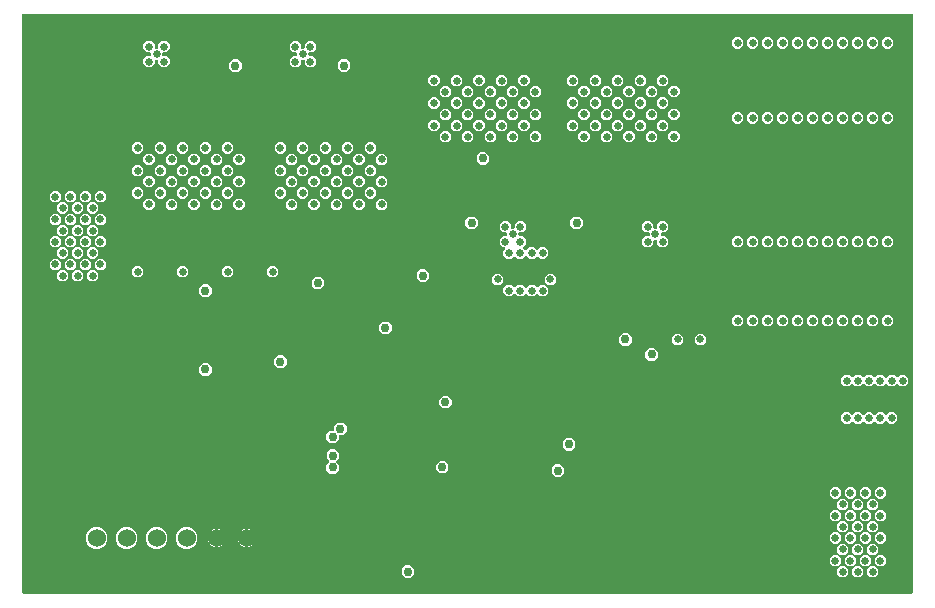
<source format=gbr>
G04 EAGLE Gerber RS-274X export*
G75*
%MOMM*%
%FSLAX34Y34*%
%LPD*%
%INEAGLE Copper Layer 2*%
%IPPOS*%
%AMOC8*
5,1,8,0,0,1.08239X$1,22.5*%
G01*
%ADD10C,1.524000*%
%ADD11C,0.756400*%
%ADD12C,0.656400*%

G36*
X763598Y6989D02*
X763598Y6989D01*
X763617Y6987D01*
X763719Y7009D01*
X763821Y7025D01*
X763838Y7035D01*
X763858Y7039D01*
X763947Y7092D01*
X764038Y7141D01*
X764052Y7155D01*
X764069Y7165D01*
X764136Y7244D01*
X764208Y7319D01*
X764216Y7337D01*
X764229Y7352D01*
X764268Y7448D01*
X764311Y7542D01*
X764313Y7562D01*
X764321Y7580D01*
X764339Y7747D01*
X764339Y496953D01*
X764336Y496973D01*
X764338Y496992D01*
X764316Y497094D01*
X764300Y497196D01*
X764290Y497213D01*
X764286Y497233D01*
X764233Y497322D01*
X764184Y497413D01*
X764170Y497427D01*
X764160Y497444D01*
X764081Y497511D01*
X764006Y497583D01*
X763988Y497591D01*
X763973Y497604D01*
X763877Y497643D01*
X763783Y497686D01*
X763763Y497688D01*
X763745Y497696D01*
X763578Y497714D01*
X10922Y497714D01*
X10902Y497711D01*
X10883Y497713D01*
X10781Y497691D01*
X10679Y497675D01*
X10662Y497665D01*
X10642Y497661D01*
X10553Y497608D01*
X10462Y497559D01*
X10448Y497545D01*
X10431Y497535D01*
X10364Y497456D01*
X10292Y497381D01*
X10284Y497363D01*
X10271Y497348D01*
X10232Y497252D01*
X10189Y497158D01*
X10187Y497138D01*
X10179Y497120D01*
X10161Y496953D01*
X10161Y7747D01*
X10164Y7727D01*
X10162Y7708D01*
X10184Y7606D01*
X10200Y7504D01*
X10210Y7487D01*
X10214Y7467D01*
X10267Y7378D01*
X10316Y7287D01*
X10330Y7273D01*
X10340Y7256D01*
X10419Y7189D01*
X10494Y7117D01*
X10512Y7109D01*
X10527Y7096D01*
X10623Y7057D01*
X10717Y7014D01*
X10737Y7012D01*
X10755Y7004D01*
X10922Y6986D01*
X763578Y6986D01*
X763598Y6989D01*
G37*
%LPC*%
G36*
X420284Y290468D02*
X420284Y290468D01*
X417468Y293284D01*
X417468Y297266D01*
X418896Y298694D01*
X418938Y298752D01*
X418987Y298804D01*
X419009Y298851D01*
X419040Y298893D01*
X419061Y298962D01*
X419091Y299027D01*
X419097Y299079D01*
X419112Y299129D01*
X419110Y299200D01*
X419118Y299271D01*
X419107Y299322D01*
X419106Y299374D01*
X419081Y299442D01*
X419066Y299512D01*
X419039Y299557D01*
X419021Y299605D01*
X418976Y299661D01*
X418939Y299723D01*
X418900Y299757D01*
X418867Y299797D01*
X418807Y299836D01*
X418753Y299883D01*
X418704Y299902D01*
X418660Y299930D01*
X418591Y299948D01*
X418524Y299975D01*
X418453Y299983D01*
X418422Y299991D01*
X418399Y299989D01*
X418358Y299993D01*
X417109Y299993D01*
X414293Y302809D01*
X414293Y306791D01*
X417109Y309607D01*
X419882Y309607D01*
X419902Y309610D01*
X419921Y309608D01*
X420023Y309630D01*
X420125Y309646D01*
X420142Y309656D01*
X420162Y309660D01*
X420251Y309713D01*
X420342Y309762D01*
X420356Y309776D01*
X420373Y309786D01*
X420440Y309865D01*
X420512Y309940D01*
X420520Y309958D01*
X420533Y309973D01*
X420572Y310069D01*
X420615Y310163D01*
X420617Y310183D01*
X420625Y310201D01*
X420643Y310368D01*
X420643Y311932D01*
X420640Y311952D01*
X420642Y311971D01*
X420620Y312073D01*
X420604Y312175D01*
X420594Y312192D01*
X420590Y312212D01*
X420537Y312301D01*
X420488Y312392D01*
X420474Y312406D01*
X420464Y312423D01*
X420385Y312490D01*
X420310Y312562D01*
X420292Y312570D01*
X420277Y312583D01*
X420181Y312622D01*
X420087Y312665D01*
X420067Y312667D01*
X420049Y312675D01*
X419882Y312693D01*
X417109Y312693D01*
X414293Y315509D01*
X414293Y319491D01*
X417109Y322307D01*
X421091Y322307D01*
X423907Y319491D01*
X423907Y316718D01*
X423910Y316698D01*
X423908Y316679D01*
X423930Y316577D01*
X423946Y316475D01*
X423956Y316458D01*
X423960Y316438D01*
X424013Y316349D01*
X424062Y316258D01*
X424076Y316244D01*
X424086Y316227D01*
X424165Y316160D01*
X424240Y316088D01*
X424258Y316080D01*
X424273Y316067D01*
X424369Y316028D01*
X424463Y315985D01*
X424483Y315983D01*
X424501Y315975D01*
X424668Y315957D01*
X426232Y315957D01*
X426252Y315960D01*
X426271Y315958D01*
X426373Y315980D01*
X426475Y315996D01*
X426492Y316006D01*
X426512Y316010D01*
X426601Y316063D01*
X426692Y316112D01*
X426706Y316126D01*
X426723Y316136D01*
X426790Y316215D01*
X426862Y316290D01*
X426870Y316308D01*
X426883Y316323D01*
X426922Y316419D01*
X426965Y316513D01*
X426967Y316533D01*
X426975Y316551D01*
X426993Y316718D01*
X426993Y319491D01*
X429809Y322307D01*
X433791Y322307D01*
X436607Y319491D01*
X436607Y315509D01*
X433791Y312693D01*
X431018Y312693D01*
X430998Y312690D01*
X430979Y312692D01*
X430877Y312670D01*
X430775Y312654D01*
X430758Y312644D01*
X430738Y312640D01*
X430649Y312587D01*
X430558Y312538D01*
X430544Y312524D01*
X430527Y312514D01*
X430460Y312435D01*
X430388Y312360D01*
X430380Y312342D01*
X430367Y312327D01*
X430328Y312231D01*
X430285Y312137D01*
X430283Y312117D01*
X430275Y312099D01*
X430257Y311932D01*
X430257Y310368D01*
X430260Y310348D01*
X430258Y310329D01*
X430280Y310227D01*
X430296Y310125D01*
X430306Y310108D01*
X430310Y310088D01*
X430363Y309999D01*
X430412Y309908D01*
X430426Y309894D01*
X430436Y309877D01*
X430515Y309810D01*
X430590Y309738D01*
X430608Y309730D01*
X430623Y309717D01*
X430719Y309678D01*
X430813Y309635D01*
X430833Y309633D01*
X430851Y309625D01*
X431018Y309607D01*
X433791Y309607D01*
X436607Y306791D01*
X436607Y302809D01*
X434374Y300576D01*
X434362Y300560D01*
X434346Y300547D01*
X434315Y300498D01*
X434312Y300495D01*
X434309Y300489D01*
X434290Y300460D01*
X434230Y300376D01*
X434224Y300357D01*
X434213Y300340D01*
X434188Y300240D01*
X434158Y300141D01*
X434158Y300121D01*
X434153Y300102D01*
X434161Y299999D01*
X434164Y299895D01*
X434171Y299876D01*
X434172Y299857D01*
X434213Y299761D01*
X434248Y299664D01*
X434261Y299649D01*
X434269Y299630D01*
X434374Y299499D01*
X436024Y297849D01*
X436040Y297837D01*
X436053Y297821D01*
X436140Y297765D01*
X436224Y297705D01*
X436243Y297699D01*
X436260Y297688D01*
X436360Y297663D01*
X436459Y297633D01*
X436479Y297633D01*
X436498Y297628D01*
X436601Y297636D01*
X436705Y297639D01*
X436724Y297646D01*
X436743Y297647D01*
X436838Y297688D01*
X436936Y297723D01*
X436952Y297736D01*
X436970Y297744D01*
X437101Y297849D01*
X439334Y300082D01*
X443316Y300082D01*
X445549Y297849D01*
X445565Y297837D01*
X445578Y297821D01*
X445665Y297765D01*
X445749Y297705D01*
X445768Y297699D01*
X445785Y297688D01*
X445885Y297663D01*
X445984Y297633D01*
X446004Y297633D01*
X446023Y297628D01*
X446126Y297636D01*
X446230Y297639D01*
X446249Y297646D01*
X446269Y297647D01*
X446363Y297688D01*
X446461Y297723D01*
X446477Y297736D01*
X446495Y297744D01*
X446626Y297849D01*
X448859Y300082D01*
X452841Y300082D01*
X455657Y297266D01*
X455657Y293284D01*
X452841Y290468D01*
X448859Y290468D01*
X446626Y292701D01*
X446610Y292713D01*
X446597Y292729D01*
X446510Y292785D01*
X446426Y292845D01*
X446407Y292851D01*
X446390Y292862D01*
X446290Y292887D01*
X446191Y292917D01*
X446171Y292917D01*
X446152Y292922D01*
X446049Y292914D01*
X445945Y292911D01*
X445926Y292904D01*
X445907Y292903D01*
X445812Y292862D01*
X445714Y292827D01*
X445698Y292814D01*
X445680Y292806D01*
X445549Y292701D01*
X443316Y290468D01*
X439334Y290468D01*
X437101Y292701D01*
X437085Y292713D01*
X437072Y292729D01*
X436985Y292785D01*
X436901Y292845D01*
X436882Y292851D01*
X436865Y292862D01*
X436765Y292887D01*
X436666Y292917D01*
X436646Y292917D01*
X436627Y292922D01*
X436524Y292914D01*
X436420Y292911D01*
X436401Y292904D01*
X436381Y292903D01*
X436287Y292862D01*
X436189Y292827D01*
X436173Y292814D01*
X436155Y292806D01*
X436024Y292701D01*
X433791Y290468D01*
X429809Y290468D01*
X427576Y292701D01*
X427560Y292713D01*
X427547Y292729D01*
X427460Y292785D01*
X427376Y292845D01*
X427357Y292851D01*
X427340Y292862D01*
X427240Y292887D01*
X427141Y292917D01*
X427121Y292917D01*
X427102Y292922D01*
X426999Y292914D01*
X426895Y292911D01*
X426876Y292904D01*
X426856Y292903D01*
X426762Y292862D01*
X426664Y292827D01*
X426648Y292814D01*
X426630Y292806D01*
X426499Y292701D01*
X424266Y290468D01*
X420284Y290468D01*
G37*
%LPD*%
%LPC*%
G36*
X706034Y182518D02*
X706034Y182518D01*
X703218Y185334D01*
X703218Y189316D01*
X706034Y192132D01*
X710016Y192132D01*
X712249Y189899D01*
X712265Y189887D01*
X712278Y189871D01*
X712345Y189828D01*
X712382Y189796D01*
X712404Y189788D01*
X712449Y189755D01*
X712468Y189749D01*
X712485Y189738D01*
X712585Y189713D01*
X712600Y189709D01*
X712611Y189704D01*
X712616Y189704D01*
X712684Y189683D01*
X712704Y189683D01*
X712723Y189678D01*
X712826Y189686D01*
X712930Y189689D01*
X712949Y189696D01*
X712969Y189697D01*
X713031Y189724D01*
X713040Y189725D01*
X713064Y189738D01*
X713161Y189773D01*
X713177Y189786D01*
X713195Y189794D01*
X713245Y189834D01*
X713258Y189841D01*
X713272Y189855D01*
X713326Y189899D01*
X715559Y192132D01*
X719541Y192132D01*
X721774Y189899D01*
X721790Y189887D01*
X721803Y189871D01*
X721870Y189828D01*
X721907Y189796D01*
X721929Y189788D01*
X721974Y189755D01*
X721993Y189749D01*
X722010Y189738D01*
X722110Y189713D01*
X722125Y189709D01*
X722136Y189704D01*
X722141Y189704D01*
X722209Y189683D01*
X722229Y189683D01*
X722248Y189678D01*
X722351Y189686D01*
X722455Y189689D01*
X722474Y189696D01*
X722494Y189697D01*
X722556Y189724D01*
X722565Y189725D01*
X722589Y189738D01*
X722686Y189773D01*
X722702Y189786D01*
X722720Y189794D01*
X722770Y189834D01*
X722783Y189841D01*
X722797Y189855D01*
X722851Y189899D01*
X725084Y192132D01*
X729066Y192132D01*
X731299Y189899D01*
X731315Y189887D01*
X731328Y189871D01*
X731395Y189828D01*
X731432Y189796D01*
X731454Y189788D01*
X731499Y189755D01*
X731518Y189749D01*
X731535Y189738D01*
X731635Y189713D01*
X731650Y189709D01*
X731661Y189704D01*
X731666Y189704D01*
X731734Y189683D01*
X731754Y189683D01*
X731773Y189678D01*
X731876Y189686D01*
X731980Y189689D01*
X731999Y189696D01*
X732019Y189697D01*
X732081Y189724D01*
X732090Y189725D01*
X732114Y189738D01*
X732211Y189773D01*
X732227Y189786D01*
X732245Y189794D01*
X732295Y189834D01*
X732308Y189841D01*
X732322Y189855D01*
X732376Y189899D01*
X734609Y192132D01*
X738591Y192132D01*
X740824Y189899D01*
X740840Y189887D01*
X740853Y189871D01*
X740920Y189828D01*
X740957Y189796D01*
X740979Y189788D01*
X741024Y189755D01*
X741043Y189749D01*
X741060Y189738D01*
X741160Y189713D01*
X741175Y189709D01*
X741186Y189704D01*
X741191Y189704D01*
X741259Y189683D01*
X741279Y189683D01*
X741298Y189678D01*
X741401Y189686D01*
X741505Y189689D01*
X741524Y189696D01*
X741544Y189697D01*
X741606Y189724D01*
X741615Y189725D01*
X741639Y189738D01*
X741736Y189773D01*
X741752Y189786D01*
X741770Y189794D01*
X741820Y189834D01*
X741833Y189841D01*
X741847Y189855D01*
X741901Y189899D01*
X744134Y192132D01*
X748116Y192132D01*
X750349Y189899D01*
X750365Y189887D01*
X750378Y189871D01*
X750445Y189828D01*
X750482Y189796D01*
X750504Y189788D01*
X750549Y189755D01*
X750568Y189749D01*
X750585Y189738D01*
X750685Y189713D01*
X750700Y189709D01*
X750711Y189704D01*
X750716Y189704D01*
X750784Y189683D01*
X750804Y189683D01*
X750823Y189678D01*
X750926Y189686D01*
X751030Y189689D01*
X751049Y189696D01*
X751069Y189697D01*
X751131Y189724D01*
X751140Y189725D01*
X751164Y189738D01*
X751261Y189773D01*
X751277Y189786D01*
X751295Y189794D01*
X751345Y189834D01*
X751358Y189841D01*
X751372Y189855D01*
X751426Y189899D01*
X753659Y192132D01*
X757641Y192132D01*
X760457Y189316D01*
X760457Y185334D01*
X757641Y182518D01*
X753659Y182518D01*
X751426Y184751D01*
X751410Y184763D01*
X751397Y184779D01*
X751310Y184835D01*
X751226Y184895D01*
X751207Y184901D01*
X751190Y184912D01*
X751090Y184937D01*
X750991Y184967D01*
X750971Y184967D01*
X750952Y184972D01*
X750849Y184964D01*
X750745Y184961D01*
X750726Y184954D01*
X750707Y184953D01*
X750612Y184912D01*
X750514Y184877D01*
X750498Y184864D01*
X750480Y184856D01*
X750349Y184751D01*
X748116Y182518D01*
X744134Y182518D01*
X741901Y184751D01*
X741885Y184763D01*
X741872Y184779D01*
X741785Y184835D01*
X741701Y184895D01*
X741682Y184901D01*
X741665Y184912D01*
X741565Y184937D01*
X741466Y184967D01*
X741446Y184967D01*
X741427Y184972D01*
X741324Y184964D01*
X741220Y184961D01*
X741201Y184954D01*
X741182Y184953D01*
X741087Y184912D01*
X740989Y184877D01*
X740973Y184864D01*
X740955Y184856D01*
X740824Y184751D01*
X738591Y182518D01*
X734609Y182518D01*
X732376Y184751D01*
X732360Y184763D01*
X732347Y184779D01*
X732260Y184835D01*
X732176Y184895D01*
X732157Y184901D01*
X732140Y184912D01*
X732040Y184937D01*
X731941Y184967D01*
X731921Y184967D01*
X731902Y184972D01*
X731799Y184964D01*
X731695Y184961D01*
X731676Y184954D01*
X731657Y184953D01*
X731562Y184912D01*
X731464Y184877D01*
X731448Y184864D01*
X731430Y184856D01*
X731299Y184751D01*
X729066Y182518D01*
X725084Y182518D01*
X722851Y184751D01*
X722835Y184763D01*
X722822Y184779D01*
X722735Y184835D01*
X722651Y184895D01*
X722632Y184901D01*
X722615Y184912D01*
X722515Y184937D01*
X722416Y184967D01*
X722396Y184967D01*
X722377Y184972D01*
X722274Y184964D01*
X722170Y184961D01*
X722151Y184954D01*
X722132Y184953D01*
X722037Y184912D01*
X721939Y184877D01*
X721923Y184864D01*
X721905Y184856D01*
X721774Y184751D01*
X719541Y182518D01*
X715559Y182518D01*
X713326Y184751D01*
X713310Y184763D01*
X713297Y184779D01*
X713210Y184835D01*
X713126Y184895D01*
X713107Y184901D01*
X713090Y184912D01*
X712990Y184937D01*
X712891Y184967D01*
X712871Y184967D01*
X712852Y184972D01*
X712749Y184964D01*
X712645Y184961D01*
X712626Y184954D01*
X712607Y184953D01*
X712512Y184912D01*
X712414Y184877D01*
X712398Y184864D01*
X712380Y184856D01*
X712249Y184751D01*
X710016Y182518D01*
X706034Y182518D01*
G37*
%LPD*%
%LPC*%
G36*
X706034Y150768D02*
X706034Y150768D01*
X703218Y153584D01*
X703218Y157566D01*
X706034Y160382D01*
X710016Y160382D01*
X712249Y158149D01*
X712265Y158137D01*
X712278Y158121D01*
X712365Y158065D01*
X712449Y158005D01*
X712468Y157999D01*
X712485Y157988D01*
X712585Y157963D01*
X712684Y157933D01*
X712704Y157933D01*
X712723Y157928D01*
X712826Y157936D01*
X712930Y157939D01*
X712949Y157946D01*
X712968Y157947D01*
X713063Y157988D01*
X713161Y158023D01*
X713177Y158036D01*
X713195Y158044D01*
X713326Y158149D01*
X715559Y160382D01*
X719541Y160382D01*
X721774Y158149D01*
X721790Y158137D01*
X721803Y158121D01*
X721890Y158065D01*
X721974Y158005D01*
X721993Y157999D01*
X722010Y157988D01*
X722110Y157963D01*
X722209Y157933D01*
X722229Y157933D01*
X722248Y157928D01*
X722351Y157936D01*
X722455Y157939D01*
X722474Y157946D01*
X722493Y157947D01*
X722588Y157988D01*
X722686Y158023D01*
X722702Y158036D01*
X722720Y158044D01*
X722851Y158149D01*
X725084Y160382D01*
X729066Y160382D01*
X731299Y158149D01*
X731315Y158137D01*
X731328Y158121D01*
X731415Y158065D01*
X731499Y158005D01*
X731518Y157999D01*
X731535Y157988D01*
X731635Y157963D01*
X731734Y157933D01*
X731754Y157933D01*
X731773Y157928D01*
X731876Y157936D01*
X731980Y157939D01*
X731999Y157946D01*
X732018Y157947D01*
X732113Y157988D01*
X732211Y158023D01*
X732227Y158036D01*
X732245Y158044D01*
X732376Y158149D01*
X734609Y160382D01*
X738591Y160382D01*
X740824Y158149D01*
X740840Y158137D01*
X740853Y158121D01*
X740940Y158065D01*
X741024Y158005D01*
X741043Y157999D01*
X741060Y157988D01*
X741160Y157963D01*
X741259Y157933D01*
X741279Y157933D01*
X741298Y157928D01*
X741401Y157936D01*
X741505Y157939D01*
X741524Y157946D01*
X741543Y157947D01*
X741638Y157988D01*
X741736Y158023D01*
X741752Y158036D01*
X741770Y158044D01*
X741901Y158149D01*
X744134Y160382D01*
X748116Y160382D01*
X750932Y157566D01*
X750932Y153584D01*
X748116Y150768D01*
X744134Y150768D01*
X741901Y153001D01*
X741885Y153013D01*
X741872Y153029D01*
X741785Y153085D01*
X741701Y153145D01*
X741682Y153151D01*
X741665Y153162D01*
X741565Y153187D01*
X741466Y153217D01*
X741446Y153217D01*
X741427Y153222D01*
X741324Y153214D01*
X741220Y153211D01*
X741201Y153204D01*
X741181Y153203D01*
X741087Y153162D01*
X740989Y153127D01*
X740973Y153114D01*
X740955Y153106D01*
X740824Y153001D01*
X738591Y150768D01*
X734609Y150768D01*
X732376Y153001D01*
X732360Y153013D01*
X732347Y153029D01*
X732260Y153085D01*
X732176Y153145D01*
X732157Y153151D01*
X732140Y153162D01*
X732040Y153187D01*
X731941Y153217D01*
X731921Y153217D01*
X731902Y153222D01*
X731799Y153214D01*
X731695Y153211D01*
X731676Y153204D01*
X731656Y153203D01*
X731562Y153162D01*
X731464Y153127D01*
X731448Y153114D01*
X731430Y153106D01*
X731299Y153001D01*
X729066Y150768D01*
X725084Y150768D01*
X722851Y153001D01*
X722835Y153013D01*
X722822Y153029D01*
X722735Y153085D01*
X722651Y153145D01*
X722632Y153151D01*
X722615Y153162D01*
X722515Y153187D01*
X722416Y153217D01*
X722396Y153217D01*
X722377Y153222D01*
X722274Y153214D01*
X722170Y153211D01*
X722151Y153204D01*
X722131Y153203D01*
X722037Y153162D01*
X721939Y153127D01*
X721923Y153114D01*
X721905Y153106D01*
X721774Y153001D01*
X719541Y150768D01*
X715559Y150768D01*
X713326Y153001D01*
X713310Y153013D01*
X713297Y153029D01*
X713210Y153085D01*
X713126Y153145D01*
X713107Y153151D01*
X713090Y153162D01*
X712990Y153187D01*
X712891Y153217D01*
X712871Y153217D01*
X712852Y153222D01*
X712749Y153214D01*
X712645Y153211D01*
X712626Y153204D01*
X712606Y153203D01*
X712512Y153162D01*
X712414Y153127D01*
X712398Y153114D01*
X712380Y153106D01*
X712249Y153001D01*
X710016Y150768D01*
X706034Y150768D01*
G37*
%LPD*%
%LPC*%
G36*
X239309Y452393D02*
X239309Y452393D01*
X236493Y455209D01*
X236493Y459191D01*
X239309Y462007D01*
X242082Y462007D01*
X242102Y462010D01*
X242121Y462008D01*
X242223Y462030D01*
X242325Y462046D01*
X242342Y462056D01*
X242362Y462060D01*
X242451Y462113D01*
X242542Y462162D01*
X242556Y462176D01*
X242573Y462186D01*
X242640Y462265D01*
X242712Y462340D01*
X242720Y462358D01*
X242733Y462373D01*
X242772Y462469D01*
X242815Y462563D01*
X242817Y462583D01*
X242825Y462601D01*
X242843Y462768D01*
X242843Y464332D01*
X242840Y464352D01*
X242842Y464371D01*
X242820Y464473D01*
X242804Y464575D01*
X242794Y464592D01*
X242790Y464612D01*
X242737Y464701D01*
X242688Y464792D01*
X242674Y464806D01*
X242664Y464823D01*
X242585Y464890D01*
X242510Y464962D01*
X242492Y464970D01*
X242477Y464983D01*
X242381Y465022D01*
X242287Y465065D01*
X242267Y465067D01*
X242249Y465075D01*
X242082Y465093D01*
X239309Y465093D01*
X236493Y467909D01*
X236493Y471891D01*
X239309Y474707D01*
X243291Y474707D01*
X246107Y471891D01*
X246107Y469118D01*
X246110Y469098D01*
X246108Y469079D01*
X246130Y468977D01*
X246146Y468875D01*
X246156Y468858D01*
X246160Y468838D01*
X246213Y468749D01*
X246262Y468658D01*
X246276Y468644D01*
X246286Y468627D01*
X246365Y468560D01*
X246440Y468488D01*
X246458Y468480D01*
X246473Y468467D01*
X246569Y468428D01*
X246663Y468385D01*
X246683Y468383D01*
X246701Y468375D01*
X246868Y468357D01*
X248432Y468357D01*
X248452Y468360D01*
X248471Y468358D01*
X248573Y468380D01*
X248675Y468396D01*
X248692Y468406D01*
X248712Y468410D01*
X248801Y468463D01*
X248892Y468512D01*
X248906Y468526D01*
X248923Y468536D01*
X248990Y468615D01*
X249062Y468690D01*
X249070Y468708D01*
X249083Y468723D01*
X249122Y468819D01*
X249165Y468913D01*
X249167Y468933D01*
X249175Y468951D01*
X249193Y469118D01*
X249193Y471891D01*
X252009Y474707D01*
X255991Y474707D01*
X258807Y471891D01*
X258807Y467909D01*
X255991Y465093D01*
X253218Y465093D01*
X253198Y465090D01*
X253179Y465092D01*
X253077Y465070D01*
X252975Y465054D01*
X252958Y465044D01*
X252938Y465040D01*
X252849Y464987D01*
X252758Y464938D01*
X252744Y464924D01*
X252727Y464914D01*
X252660Y464835D01*
X252588Y464760D01*
X252580Y464742D01*
X252567Y464727D01*
X252528Y464631D01*
X252485Y464537D01*
X252483Y464517D01*
X252475Y464499D01*
X252457Y464332D01*
X252457Y462768D01*
X252460Y462748D01*
X252458Y462729D01*
X252480Y462627D01*
X252496Y462525D01*
X252506Y462508D01*
X252510Y462488D01*
X252563Y462399D01*
X252612Y462308D01*
X252626Y462294D01*
X252636Y462277D01*
X252715Y462210D01*
X252790Y462138D01*
X252808Y462130D01*
X252823Y462117D01*
X252919Y462078D01*
X253013Y462035D01*
X253033Y462033D01*
X253051Y462025D01*
X253218Y462007D01*
X255991Y462007D01*
X258807Y459191D01*
X258807Y455209D01*
X255991Y452393D01*
X252009Y452393D01*
X249193Y455209D01*
X249193Y457982D01*
X249190Y458002D01*
X249192Y458021D01*
X249170Y458123D01*
X249154Y458225D01*
X249144Y458242D01*
X249140Y458262D01*
X249087Y458351D01*
X249038Y458442D01*
X249024Y458456D01*
X249014Y458473D01*
X248935Y458540D01*
X248860Y458612D01*
X248842Y458620D01*
X248827Y458633D01*
X248731Y458672D01*
X248637Y458715D01*
X248617Y458717D01*
X248599Y458725D01*
X248432Y458743D01*
X246868Y458743D01*
X246848Y458740D01*
X246829Y458742D01*
X246727Y458720D01*
X246625Y458704D01*
X246608Y458694D01*
X246588Y458690D01*
X246499Y458637D01*
X246408Y458588D01*
X246394Y458574D01*
X246377Y458564D01*
X246310Y458485D01*
X246238Y458410D01*
X246230Y458392D01*
X246217Y458377D01*
X246178Y458281D01*
X246135Y458187D01*
X246133Y458167D01*
X246125Y458149D01*
X246107Y457982D01*
X246107Y455209D01*
X243291Y452393D01*
X239309Y452393D01*
G37*
%LPD*%
%LPC*%
G36*
X115484Y452393D02*
X115484Y452393D01*
X112668Y455209D01*
X112668Y459191D01*
X115484Y462007D01*
X118257Y462007D01*
X118277Y462010D01*
X118296Y462008D01*
X118398Y462030D01*
X118500Y462046D01*
X118517Y462056D01*
X118537Y462060D01*
X118626Y462113D01*
X118717Y462162D01*
X118731Y462176D01*
X118748Y462186D01*
X118815Y462265D01*
X118887Y462340D01*
X118895Y462358D01*
X118908Y462373D01*
X118947Y462469D01*
X118990Y462563D01*
X118992Y462583D01*
X119000Y462601D01*
X119018Y462768D01*
X119018Y464332D01*
X119015Y464352D01*
X119017Y464371D01*
X118995Y464473D01*
X118979Y464575D01*
X118969Y464592D01*
X118965Y464612D01*
X118912Y464701D01*
X118863Y464792D01*
X118849Y464806D01*
X118839Y464823D01*
X118760Y464890D01*
X118685Y464962D01*
X118667Y464970D01*
X118652Y464983D01*
X118556Y465022D01*
X118462Y465065D01*
X118442Y465067D01*
X118424Y465075D01*
X118257Y465093D01*
X115484Y465093D01*
X112668Y467909D01*
X112668Y471891D01*
X115484Y474707D01*
X119466Y474707D01*
X122282Y471891D01*
X122282Y469118D01*
X122285Y469098D01*
X122283Y469079D01*
X122305Y468977D01*
X122321Y468875D01*
X122331Y468858D01*
X122335Y468838D01*
X122388Y468749D01*
X122437Y468658D01*
X122451Y468644D01*
X122461Y468627D01*
X122540Y468560D01*
X122615Y468488D01*
X122633Y468480D01*
X122648Y468467D01*
X122744Y468428D01*
X122838Y468385D01*
X122858Y468383D01*
X122876Y468375D01*
X123043Y468357D01*
X124607Y468357D01*
X124627Y468360D01*
X124646Y468358D01*
X124748Y468380D01*
X124850Y468396D01*
X124867Y468406D01*
X124887Y468410D01*
X124976Y468463D01*
X125067Y468512D01*
X125081Y468526D01*
X125098Y468536D01*
X125165Y468615D01*
X125237Y468690D01*
X125245Y468708D01*
X125258Y468723D01*
X125297Y468819D01*
X125340Y468913D01*
X125342Y468933D01*
X125350Y468951D01*
X125368Y469118D01*
X125368Y471891D01*
X128184Y474707D01*
X132166Y474707D01*
X134982Y471891D01*
X134982Y467909D01*
X132166Y465093D01*
X129393Y465093D01*
X129373Y465090D01*
X129354Y465092D01*
X129252Y465070D01*
X129150Y465054D01*
X129133Y465044D01*
X129113Y465040D01*
X129024Y464987D01*
X128933Y464938D01*
X128919Y464924D01*
X128902Y464914D01*
X128835Y464835D01*
X128763Y464760D01*
X128755Y464742D01*
X128742Y464727D01*
X128703Y464631D01*
X128660Y464537D01*
X128658Y464517D01*
X128650Y464499D01*
X128632Y464332D01*
X128632Y462768D01*
X128635Y462748D01*
X128633Y462729D01*
X128655Y462627D01*
X128671Y462525D01*
X128681Y462508D01*
X128685Y462488D01*
X128738Y462399D01*
X128787Y462308D01*
X128801Y462294D01*
X128811Y462277D01*
X128890Y462210D01*
X128965Y462138D01*
X128983Y462130D01*
X128998Y462117D01*
X129094Y462078D01*
X129188Y462035D01*
X129208Y462033D01*
X129226Y462025D01*
X129393Y462007D01*
X132166Y462007D01*
X134982Y459191D01*
X134982Y455209D01*
X132166Y452393D01*
X128184Y452393D01*
X125368Y455209D01*
X125368Y457982D01*
X125365Y458002D01*
X125367Y458021D01*
X125345Y458123D01*
X125329Y458225D01*
X125319Y458242D01*
X125315Y458262D01*
X125262Y458351D01*
X125213Y458442D01*
X125199Y458456D01*
X125189Y458473D01*
X125110Y458540D01*
X125035Y458612D01*
X125017Y458620D01*
X125002Y458633D01*
X124906Y458672D01*
X124812Y458715D01*
X124792Y458717D01*
X124774Y458725D01*
X124607Y458743D01*
X123043Y458743D01*
X123023Y458740D01*
X123004Y458742D01*
X122902Y458720D01*
X122800Y458704D01*
X122783Y458694D01*
X122763Y458690D01*
X122674Y458637D01*
X122583Y458588D01*
X122569Y458574D01*
X122552Y458564D01*
X122485Y458485D01*
X122413Y458410D01*
X122405Y458392D01*
X122392Y458377D01*
X122353Y458281D01*
X122310Y458187D01*
X122308Y458167D01*
X122300Y458149D01*
X122282Y457982D01*
X122282Y455209D01*
X119466Y452393D01*
X115484Y452393D01*
G37*
%LPD*%
%LPC*%
G36*
X537759Y299993D02*
X537759Y299993D01*
X534943Y302809D01*
X534943Y306791D01*
X537759Y309607D01*
X540532Y309607D01*
X540552Y309610D01*
X540571Y309608D01*
X540673Y309630D01*
X540775Y309646D01*
X540792Y309656D01*
X540812Y309660D01*
X540901Y309713D01*
X540992Y309762D01*
X541006Y309776D01*
X541023Y309786D01*
X541090Y309865D01*
X541162Y309940D01*
X541170Y309958D01*
X541183Y309973D01*
X541222Y310069D01*
X541265Y310163D01*
X541267Y310183D01*
X541275Y310201D01*
X541293Y310368D01*
X541293Y311932D01*
X541290Y311952D01*
X541292Y311971D01*
X541270Y312073D01*
X541254Y312175D01*
X541244Y312192D01*
X541240Y312212D01*
X541187Y312301D01*
X541138Y312392D01*
X541124Y312406D01*
X541114Y312423D01*
X541035Y312490D01*
X540960Y312562D01*
X540942Y312570D01*
X540927Y312583D01*
X540831Y312622D01*
X540737Y312665D01*
X540717Y312667D01*
X540699Y312675D01*
X540532Y312693D01*
X537759Y312693D01*
X534943Y315509D01*
X534943Y319491D01*
X537759Y322307D01*
X541741Y322307D01*
X544557Y319491D01*
X544557Y316718D01*
X544560Y316698D01*
X544558Y316679D01*
X544580Y316577D01*
X544596Y316475D01*
X544606Y316458D01*
X544610Y316438D01*
X544663Y316349D01*
X544712Y316258D01*
X544726Y316244D01*
X544736Y316227D01*
X544815Y316160D01*
X544890Y316088D01*
X544908Y316080D01*
X544923Y316067D01*
X545019Y316028D01*
X545113Y315985D01*
X545133Y315983D01*
X545151Y315975D01*
X545318Y315957D01*
X546882Y315957D01*
X546902Y315960D01*
X546921Y315958D01*
X547023Y315980D01*
X547125Y315996D01*
X547142Y316006D01*
X547162Y316010D01*
X547251Y316063D01*
X547342Y316112D01*
X547356Y316126D01*
X547373Y316136D01*
X547440Y316215D01*
X547512Y316290D01*
X547520Y316308D01*
X547533Y316323D01*
X547572Y316419D01*
X547615Y316513D01*
X547617Y316533D01*
X547625Y316551D01*
X547643Y316718D01*
X547643Y319491D01*
X550459Y322307D01*
X554441Y322307D01*
X557257Y319491D01*
X557257Y315509D01*
X554441Y312693D01*
X551668Y312693D01*
X551648Y312690D01*
X551629Y312692D01*
X551527Y312670D01*
X551425Y312654D01*
X551408Y312644D01*
X551388Y312640D01*
X551299Y312587D01*
X551208Y312538D01*
X551194Y312524D01*
X551177Y312514D01*
X551110Y312435D01*
X551038Y312360D01*
X551030Y312342D01*
X551017Y312327D01*
X550978Y312231D01*
X550935Y312137D01*
X550933Y312117D01*
X550925Y312099D01*
X550907Y311932D01*
X550907Y310368D01*
X550910Y310348D01*
X550908Y310329D01*
X550930Y310227D01*
X550946Y310125D01*
X550956Y310108D01*
X550960Y310088D01*
X551013Y309999D01*
X551062Y309908D01*
X551076Y309894D01*
X551086Y309877D01*
X551165Y309810D01*
X551240Y309738D01*
X551258Y309730D01*
X551273Y309717D01*
X551369Y309678D01*
X551463Y309635D01*
X551483Y309633D01*
X551501Y309625D01*
X551668Y309607D01*
X554441Y309607D01*
X557257Y306791D01*
X557257Y302809D01*
X554441Y299993D01*
X550459Y299993D01*
X547643Y302809D01*
X547643Y305582D01*
X547640Y305602D01*
X547642Y305621D01*
X547620Y305723D01*
X547604Y305825D01*
X547594Y305842D01*
X547590Y305862D01*
X547537Y305951D01*
X547488Y306042D01*
X547474Y306056D01*
X547464Y306073D01*
X547385Y306140D01*
X547310Y306212D01*
X547292Y306220D01*
X547277Y306233D01*
X547181Y306272D01*
X547087Y306315D01*
X547067Y306317D01*
X547049Y306325D01*
X546882Y306343D01*
X545318Y306343D01*
X545298Y306340D01*
X545279Y306342D01*
X545177Y306320D01*
X545075Y306304D01*
X545058Y306294D01*
X545038Y306290D01*
X544949Y306237D01*
X544858Y306188D01*
X544844Y306174D01*
X544827Y306164D01*
X544760Y306085D01*
X544688Y306010D01*
X544680Y305992D01*
X544667Y305977D01*
X544628Y305881D01*
X544585Y305787D01*
X544583Y305767D01*
X544575Y305749D01*
X544557Y305582D01*
X544557Y302809D01*
X541741Y299993D01*
X537759Y299993D01*
G37*
%LPD*%
%LPC*%
G36*
X420284Y258718D02*
X420284Y258718D01*
X417468Y261534D01*
X417468Y265516D01*
X420284Y268332D01*
X424266Y268332D01*
X426499Y266099D01*
X426515Y266087D01*
X426528Y266071D01*
X426615Y266015D01*
X426699Y265955D01*
X426718Y265949D01*
X426735Y265938D01*
X426835Y265913D01*
X426934Y265883D01*
X426954Y265883D01*
X426973Y265878D01*
X427076Y265886D01*
X427180Y265889D01*
X427199Y265896D01*
X427218Y265897D01*
X427313Y265938D01*
X427411Y265973D01*
X427427Y265986D01*
X427445Y265994D01*
X427576Y266099D01*
X429809Y268332D01*
X433791Y268332D01*
X436024Y266099D01*
X436040Y266087D01*
X436053Y266071D01*
X436140Y266015D01*
X436224Y265955D01*
X436243Y265949D01*
X436260Y265938D01*
X436360Y265913D01*
X436459Y265883D01*
X436479Y265883D01*
X436498Y265878D01*
X436601Y265886D01*
X436705Y265889D01*
X436724Y265896D01*
X436743Y265897D01*
X436838Y265938D01*
X436936Y265973D01*
X436952Y265986D01*
X436970Y265994D01*
X437101Y266099D01*
X439334Y268332D01*
X443316Y268332D01*
X445549Y266099D01*
X445565Y266087D01*
X445578Y266071D01*
X445665Y266015D01*
X445749Y265955D01*
X445768Y265949D01*
X445785Y265938D01*
X445885Y265913D01*
X445984Y265883D01*
X446004Y265883D01*
X446023Y265878D01*
X446126Y265886D01*
X446230Y265889D01*
X446249Y265896D01*
X446268Y265897D01*
X446363Y265938D01*
X446461Y265973D01*
X446477Y265986D01*
X446495Y265994D01*
X446626Y266099D01*
X448859Y268332D01*
X452841Y268332D01*
X455657Y265516D01*
X455657Y261534D01*
X452841Y258718D01*
X448859Y258718D01*
X446626Y260951D01*
X446610Y260963D01*
X446597Y260979D01*
X446510Y261035D01*
X446426Y261095D01*
X446407Y261101D01*
X446390Y261112D01*
X446290Y261137D01*
X446191Y261167D01*
X446171Y261167D01*
X446152Y261172D01*
X446049Y261164D01*
X445945Y261161D01*
X445926Y261154D01*
X445906Y261153D01*
X445812Y261112D01*
X445714Y261077D01*
X445698Y261064D01*
X445680Y261056D01*
X445549Y260951D01*
X443316Y258718D01*
X439334Y258718D01*
X437101Y260951D01*
X437085Y260963D01*
X437072Y260979D01*
X436985Y261035D01*
X436901Y261095D01*
X436882Y261101D01*
X436865Y261112D01*
X436765Y261137D01*
X436666Y261167D01*
X436646Y261167D01*
X436627Y261172D01*
X436524Y261164D01*
X436420Y261161D01*
X436401Y261154D01*
X436381Y261153D01*
X436287Y261112D01*
X436189Y261077D01*
X436173Y261064D01*
X436155Y261056D01*
X436024Y260951D01*
X433791Y258718D01*
X429809Y258718D01*
X427576Y260951D01*
X427560Y260963D01*
X427547Y260979D01*
X427460Y261035D01*
X427376Y261095D01*
X427357Y261101D01*
X427340Y261112D01*
X427240Y261137D01*
X427141Y261167D01*
X427121Y261167D01*
X427102Y261172D01*
X426999Y261164D01*
X426895Y261161D01*
X426876Y261154D01*
X426856Y261153D01*
X426762Y261112D01*
X426664Y261077D01*
X426648Y261064D01*
X426630Y261056D01*
X426499Y260951D01*
X424266Y258718D01*
X420284Y258718D01*
G37*
%LPD*%
%LPC*%
G36*
X147406Y44830D02*
X147406Y44830D01*
X144045Y46222D01*
X141472Y48795D01*
X140080Y52156D01*
X140080Y55794D01*
X141472Y59155D01*
X144045Y61728D01*
X147406Y63120D01*
X151044Y63120D01*
X154405Y61728D01*
X156978Y59155D01*
X158370Y55794D01*
X158370Y52156D01*
X156978Y48795D01*
X154405Y46222D01*
X151044Y44830D01*
X147406Y44830D01*
G37*
%LPD*%
%LPC*%
G36*
X122006Y44830D02*
X122006Y44830D01*
X118645Y46222D01*
X116072Y48795D01*
X114680Y52156D01*
X114680Y55794D01*
X116072Y59155D01*
X118645Y61728D01*
X122006Y63120D01*
X125644Y63120D01*
X129005Y61728D01*
X131578Y59155D01*
X132970Y55794D01*
X132970Y52156D01*
X131578Y48795D01*
X129005Y46222D01*
X125644Y44830D01*
X122006Y44830D01*
G37*
%LPD*%
%LPC*%
G36*
X96606Y44830D02*
X96606Y44830D01*
X93245Y46222D01*
X90672Y48795D01*
X89280Y52156D01*
X89280Y55794D01*
X90672Y59155D01*
X93245Y61728D01*
X96606Y63120D01*
X100244Y63120D01*
X103605Y61728D01*
X106178Y59155D01*
X107570Y55794D01*
X107570Y52156D01*
X106178Y48795D01*
X103605Y46222D01*
X100244Y44830D01*
X96606Y44830D01*
G37*
%LPD*%
%LPC*%
G36*
X71206Y44830D02*
X71206Y44830D01*
X67845Y46222D01*
X65272Y48795D01*
X63880Y52156D01*
X63880Y55794D01*
X65272Y59155D01*
X67845Y61728D01*
X71206Y63120D01*
X74844Y63120D01*
X78205Y61728D01*
X80778Y59155D01*
X82170Y55794D01*
X82170Y52156D01*
X80778Y48795D01*
X78205Y46222D01*
X74844Y44830D01*
X71206Y44830D01*
G37*
%LPD*%
%LPC*%
G36*
X270626Y108542D02*
X270626Y108542D01*
X267517Y111651D01*
X267517Y116047D01*
X269882Y118412D01*
X269894Y118428D01*
X269909Y118440D01*
X269965Y118528D01*
X270025Y118611D01*
X270031Y118630D01*
X270042Y118647D01*
X270067Y118748D01*
X270098Y118846D01*
X270097Y118866D01*
X270102Y118886D01*
X270094Y118989D01*
X270091Y119092D01*
X270085Y119111D01*
X270083Y119131D01*
X270043Y119226D01*
X270007Y119323D01*
X269995Y119339D01*
X269987Y119357D01*
X269882Y119488D01*
X267743Y121627D01*
X267743Y126023D01*
X270852Y129132D01*
X275248Y129132D01*
X278357Y126023D01*
X278357Y121627D01*
X275992Y119262D01*
X275981Y119246D01*
X275965Y119234D01*
X275909Y119147D01*
X275849Y119063D01*
X275843Y119044D01*
X275832Y119027D01*
X275807Y118926D01*
X275776Y118828D01*
X275777Y118808D01*
X275772Y118788D01*
X275780Y118685D01*
X275783Y118582D01*
X275790Y118563D01*
X275791Y118543D01*
X275831Y118448D01*
X275867Y118351D01*
X275880Y118335D01*
X275887Y118317D01*
X275992Y118186D01*
X278131Y116047D01*
X278131Y111651D01*
X275022Y108542D01*
X270626Y108542D01*
G37*
%LPD*%
%LPC*%
G36*
X270681Y134222D02*
X270681Y134222D01*
X267572Y137331D01*
X267572Y141727D01*
X270681Y144836D01*
X273332Y144836D01*
X273352Y144839D01*
X273371Y144837D01*
X273473Y144859D01*
X273575Y144875D01*
X273592Y144885D01*
X273612Y144889D01*
X273701Y144942D01*
X273792Y144990D01*
X273806Y145005D01*
X273823Y145015D01*
X273890Y145094D01*
X273962Y145169D01*
X273970Y145187D01*
X273983Y145202D01*
X274022Y145298D01*
X274065Y145392D01*
X274067Y145412D01*
X274075Y145430D01*
X274093Y145597D01*
X274093Y148399D01*
X277202Y151508D01*
X281598Y151508D01*
X284707Y148399D01*
X284707Y144003D01*
X281598Y140894D01*
X278947Y140894D01*
X278927Y140891D01*
X278907Y140893D01*
X278806Y140871D01*
X278704Y140855D01*
X278687Y140845D01*
X278667Y140841D01*
X278578Y140788D01*
X278487Y140739D01*
X278473Y140725D01*
X278456Y140715D01*
X278389Y140636D01*
X278317Y140561D01*
X278309Y140543D01*
X278296Y140528D01*
X278257Y140432D01*
X278214Y140338D01*
X278212Y140318D01*
X278204Y140300D01*
X278186Y140133D01*
X278186Y137331D01*
X275077Y134222D01*
X270681Y134222D01*
G37*
%LPD*%
%LPC*%
G36*
X397852Y370077D02*
X397852Y370077D01*
X394743Y373186D01*
X394743Y377582D01*
X397852Y380691D01*
X402248Y380691D01*
X405357Y377582D01*
X405357Y373186D01*
X402248Y370077D01*
X397852Y370077D01*
G37*
%LPD*%
%LPC*%
G36*
X280377Y448718D02*
X280377Y448718D01*
X277268Y451827D01*
X277268Y456223D01*
X280377Y459332D01*
X284773Y459332D01*
X287882Y456223D01*
X287882Y451827D01*
X284773Y448718D01*
X280377Y448718D01*
G37*
%LPD*%
%LPC*%
G36*
X188302Y448718D02*
X188302Y448718D01*
X185193Y451827D01*
X185193Y456223D01*
X188302Y459332D01*
X192698Y459332D01*
X195807Y456223D01*
X195807Y451827D01*
X192698Y448718D01*
X188302Y448718D01*
G37*
%LPD*%
%LPC*%
G36*
X388327Y315368D02*
X388327Y315368D01*
X385218Y318477D01*
X385218Y322873D01*
X388327Y325982D01*
X392723Y325982D01*
X395832Y322873D01*
X395832Y318477D01*
X392723Y315368D01*
X388327Y315368D01*
G37*
%LPD*%
%LPC*%
G36*
X477227Y315368D02*
X477227Y315368D01*
X474118Y318477D01*
X474118Y322873D01*
X477227Y325982D01*
X481623Y325982D01*
X484732Y322873D01*
X484732Y318477D01*
X481623Y315368D01*
X477227Y315368D01*
G37*
%LPD*%
%LPC*%
G36*
X347052Y270918D02*
X347052Y270918D01*
X343943Y274027D01*
X343943Y278423D01*
X347052Y281532D01*
X351448Y281532D01*
X354557Y278423D01*
X354557Y274027D01*
X351448Y270918D01*
X347052Y270918D01*
G37*
%LPD*%
%LPC*%
G36*
X258152Y264568D02*
X258152Y264568D01*
X255043Y267677D01*
X255043Y272073D01*
X258152Y275182D01*
X262548Y275182D01*
X265657Y272073D01*
X265657Y267677D01*
X262548Y264568D01*
X258152Y264568D01*
G37*
%LPD*%
%LPC*%
G36*
X162902Y258218D02*
X162902Y258218D01*
X159793Y261327D01*
X159793Y265723D01*
X162902Y268832D01*
X167298Y268832D01*
X170407Y265723D01*
X170407Y261327D01*
X167298Y258218D01*
X162902Y258218D01*
G37*
%LPD*%
%LPC*%
G36*
X315302Y226468D02*
X315302Y226468D01*
X312193Y229577D01*
X312193Y233973D01*
X315302Y237082D01*
X319698Y237082D01*
X322807Y233973D01*
X322807Y229577D01*
X319698Y226468D01*
X315302Y226468D01*
G37*
%LPD*%
%LPC*%
G36*
X518502Y216943D02*
X518502Y216943D01*
X515393Y220052D01*
X515393Y224448D01*
X518502Y227557D01*
X522898Y227557D01*
X526007Y224448D01*
X526007Y220052D01*
X522898Y216943D01*
X518502Y216943D01*
G37*
%LPD*%
%LPC*%
G36*
X540727Y204243D02*
X540727Y204243D01*
X537618Y207352D01*
X537618Y211748D01*
X540727Y214857D01*
X545123Y214857D01*
X548232Y211748D01*
X548232Y207352D01*
X545123Y204243D01*
X540727Y204243D01*
G37*
%LPD*%
%LPC*%
G36*
X226402Y197893D02*
X226402Y197893D01*
X223293Y201002D01*
X223293Y205398D01*
X226402Y208507D01*
X230798Y208507D01*
X233907Y205398D01*
X233907Y201002D01*
X230798Y197893D01*
X226402Y197893D01*
G37*
%LPD*%
%LPC*%
G36*
X162902Y191543D02*
X162902Y191543D01*
X159793Y194652D01*
X159793Y199048D01*
X162902Y202157D01*
X167298Y202157D01*
X170407Y199048D01*
X170407Y194652D01*
X167298Y191543D01*
X162902Y191543D01*
G37*
%LPD*%
%LPC*%
G36*
X366102Y163719D02*
X366102Y163719D01*
X362993Y166828D01*
X362993Y171224D01*
X366102Y174333D01*
X370498Y174333D01*
X373607Y171224D01*
X373607Y166828D01*
X370498Y163719D01*
X366102Y163719D01*
G37*
%LPD*%
%LPC*%
G36*
X470877Y128043D02*
X470877Y128043D01*
X467768Y131152D01*
X467768Y135548D01*
X470877Y138657D01*
X475273Y138657D01*
X478382Y135548D01*
X478382Y131152D01*
X475273Y128043D01*
X470877Y128043D01*
G37*
%LPD*%
%LPC*%
G36*
X363458Y108687D02*
X363458Y108687D01*
X360349Y111796D01*
X360349Y116192D01*
X363458Y119301D01*
X367854Y119301D01*
X370963Y116192D01*
X370963Y111796D01*
X367854Y108687D01*
X363458Y108687D01*
G37*
%LPD*%
%LPC*%
G36*
X461352Y105818D02*
X461352Y105818D01*
X458243Y108927D01*
X458243Y113323D01*
X461352Y116432D01*
X465748Y116432D01*
X468857Y113323D01*
X468857Y108927D01*
X465748Y105818D01*
X461352Y105818D01*
G37*
%LPD*%
%LPC*%
G36*
X334352Y20093D02*
X334352Y20093D01*
X331243Y23202D01*
X331243Y27598D01*
X334352Y30707D01*
X338748Y30707D01*
X341857Y27598D01*
X341857Y23202D01*
X338748Y20093D01*
X334352Y20093D01*
G37*
%LPD*%
%LPC*%
G36*
X442509Y426993D02*
X442509Y426993D01*
X439693Y429809D01*
X439693Y433791D01*
X442509Y436607D01*
X446491Y436607D01*
X449307Y433791D01*
X449307Y429809D01*
X446491Y426993D01*
X442509Y426993D01*
G37*
%LPD*%
%LPC*%
G36*
X423459Y426993D02*
X423459Y426993D01*
X420643Y429809D01*
X420643Y433791D01*
X423459Y436607D01*
X427441Y436607D01*
X430257Y433791D01*
X430257Y429809D01*
X427441Y426993D01*
X423459Y426993D01*
G37*
%LPD*%
%LPC*%
G36*
X404409Y426993D02*
X404409Y426993D01*
X401593Y429809D01*
X401593Y433791D01*
X404409Y436607D01*
X408391Y436607D01*
X411207Y433791D01*
X411207Y429809D01*
X408391Y426993D01*
X404409Y426993D01*
G37*
%LPD*%
%LPC*%
G36*
X385359Y426993D02*
X385359Y426993D01*
X382543Y429809D01*
X382543Y433791D01*
X385359Y436607D01*
X389341Y436607D01*
X392157Y433791D01*
X392157Y429809D01*
X389341Y426993D01*
X385359Y426993D01*
G37*
%LPD*%
%LPC*%
G36*
X366309Y426993D02*
X366309Y426993D01*
X363493Y429809D01*
X363493Y433791D01*
X366309Y436607D01*
X370291Y436607D01*
X373107Y433791D01*
X373107Y429809D01*
X370291Y426993D01*
X366309Y426993D01*
G37*
%LPD*%
%LPC*%
G36*
X550459Y417468D02*
X550459Y417468D01*
X547643Y420284D01*
X547643Y424266D01*
X550459Y427082D01*
X554441Y427082D01*
X557257Y424266D01*
X557257Y420284D01*
X554441Y417468D01*
X550459Y417468D01*
G37*
%LPD*%
%LPC*%
G36*
X531409Y417468D02*
X531409Y417468D01*
X528593Y420284D01*
X528593Y424266D01*
X531409Y427082D01*
X535391Y427082D01*
X538207Y424266D01*
X538207Y420284D01*
X535391Y417468D01*
X531409Y417468D01*
G37*
%LPD*%
%LPC*%
G36*
X512359Y417468D02*
X512359Y417468D01*
X509543Y420284D01*
X509543Y424266D01*
X512359Y427082D01*
X516341Y427082D01*
X519157Y424266D01*
X519157Y420284D01*
X516341Y417468D01*
X512359Y417468D01*
G37*
%LPD*%
%LPC*%
G36*
X493309Y417468D02*
X493309Y417468D01*
X490493Y420284D01*
X490493Y424266D01*
X493309Y427082D01*
X497291Y427082D01*
X500107Y424266D01*
X500107Y420284D01*
X497291Y417468D01*
X493309Y417468D01*
G37*
%LPD*%
%LPC*%
G36*
X474259Y417468D02*
X474259Y417468D01*
X471443Y420284D01*
X471443Y424266D01*
X474259Y427082D01*
X478241Y427082D01*
X481057Y424266D01*
X481057Y420284D01*
X478241Y417468D01*
X474259Y417468D01*
G37*
%LPD*%
%LPC*%
G36*
X432984Y417468D02*
X432984Y417468D01*
X430168Y420284D01*
X430168Y424266D01*
X432984Y427082D01*
X436966Y427082D01*
X439782Y424266D01*
X439782Y420284D01*
X436966Y417468D01*
X432984Y417468D01*
G37*
%LPD*%
%LPC*%
G36*
X413934Y417468D02*
X413934Y417468D01*
X411118Y420284D01*
X411118Y424266D01*
X413934Y427082D01*
X417916Y427082D01*
X420732Y424266D01*
X420732Y420284D01*
X417916Y417468D01*
X413934Y417468D01*
G37*
%LPD*%
%LPC*%
G36*
X394884Y417468D02*
X394884Y417468D01*
X392068Y420284D01*
X392068Y424266D01*
X394884Y427082D01*
X398866Y427082D01*
X401682Y424266D01*
X401682Y420284D01*
X398866Y417468D01*
X394884Y417468D01*
G37*
%LPD*%
%LPC*%
G36*
X375834Y417468D02*
X375834Y417468D01*
X373018Y420284D01*
X373018Y424266D01*
X375834Y427082D01*
X379816Y427082D01*
X382632Y424266D01*
X382632Y420284D01*
X379816Y417468D01*
X375834Y417468D01*
G37*
%LPD*%
%LPC*%
G36*
X356784Y417468D02*
X356784Y417468D01*
X353968Y420284D01*
X353968Y424266D01*
X356784Y427082D01*
X360766Y427082D01*
X363582Y424266D01*
X363582Y420284D01*
X360766Y417468D01*
X356784Y417468D01*
G37*
%LPD*%
%LPC*%
G36*
X559984Y407943D02*
X559984Y407943D01*
X557168Y410759D01*
X557168Y414741D01*
X559984Y417557D01*
X563966Y417557D01*
X566782Y414741D01*
X566782Y410759D01*
X563966Y407943D01*
X559984Y407943D01*
G37*
%LPD*%
%LPC*%
G36*
X540934Y407943D02*
X540934Y407943D01*
X538118Y410759D01*
X538118Y414741D01*
X540934Y417557D01*
X544916Y417557D01*
X547732Y414741D01*
X547732Y410759D01*
X544916Y407943D01*
X540934Y407943D01*
G37*
%LPD*%
%LPC*%
G36*
X521884Y407943D02*
X521884Y407943D01*
X519068Y410759D01*
X519068Y414741D01*
X521884Y417557D01*
X525866Y417557D01*
X528682Y414741D01*
X528682Y410759D01*
X525866Y407943D01*
X521884Y407943D01*
G37*
%LPD*%
%LPC*%
G36*
X502834Y407943D02*
X502834Y407943D01*
X500018Y410759D01*
X500018Y414741D01*
X502834Y417557D01*
X506816Y417557D01*
X509632Y414741D01*
X509632Y410759D01*
X506816Y407943D01*
X502834Y407943D01*
G37*
%LPD*%
%LPC*%
G36*
X483784Y407943D02*
X483784Y407943D01*
X480968Y410759D01*
X480968Y414741D01*
X483784Y417557D01*
X487766Y417557D01*
X490582Y414741D01*
X490582Y410759D01*
X487766Y407943D01*
X483784Y407943D01*
G37*
%LPD*%
%LPC*%
G36*
X442509Y407943D02*
X442509Y407943D01*
X439693Y410759D01*
X439693Y414741D01*
X442509Y417557D01*
X446491Y417557D01*
X449307Y414741D01*
X449307Y410759D01*
X446491Y407943D01*
X442509Y407943D01*
G37*
%LPD*%
%LPC*%
G36*
X423459Y407943D02*
X423459Y407943D01*
X420643Y410759D01*
X420643Y414741D01*
X423459Y417557D01*
X427441Y417557D01*
X430257Y414741D01*
X430257Y410759D01*
X427441Y407943D01*
X423459Y407943D01*
G37*
%LPD*%
%LPC*%
G36*
X404409Y407943D02*
X404409Y407943D01*
X401593Y410759D01*
X401593Y414741D01*
X404409Y417557D01*
X408391Y417557D01*
X411207Y414741D01*
X411207Y410759D01*
X408391Y407943D01*
X404409Y407943D01*
G37*
%LPD*%
%LPC*%
G36*
X385359Y407943D02*
X385359Y407943D01*
X382543Y410759D01*
X382543Y414741D01*
X385359Y417557D01*
X389341Y417557D01*
X392157Y414741D01*
X392157Y410759D01*
X389341Y407943D01*
X385359Y407943D01*
G37*
%LPD*%
%LPC*%
G36*
X366309Y407943D02*
X366309Y407943D01*
X363493Y410759D01*
X363493Y414741D01*
X366309Y417557D01*
X370291Y417557D01*
X373107Y414741D01*
X373107Y410759D01*
X370291Y407943D01*
X366309Y407943D01*
G37*
%LPD*%
%LPC*%
G36*
X626659Y404768D02*
X626659Y404768D01*
X623843Y407584D01*
X623843Y411566D01*
X626659Y414382D01*
X630641Y414382D01*
X633457Y411566D01*
X633457Y407584D01*
X630641Y404768D01*
X626659Y404768D01*
G37*
%LPD*%
%LPC*%
G36*
X613959Y404768D02*
X613959Y404768D01*
X611143Y407584D01*
X611143Y411566D01*
X613959Y414382D01*
X617941Y414382D01*
X620757Y411566D01*
X620757Y407584D01*
X617941Y404768D01*
X613959Y404768D01*
G37*
%LPD*%
%LPC*%
G36*
X740959Y404768D02*
X740959Y404768D01*
X738143Y407584D01*
X738143Y411566D01*
X740959Y414382D01*
X744941Y414382D01*
X747757Y411566D01*
X747757Y407584D01*
X744941Y404768D01*
X740959Y404768D01*
G37*
%LPD*%
%LPC*%
G36*
X728259Y404768D02*
X728259Y404768D01*
X725443Y407584D01*
X725443Y411566D01*
X728259Y414382D01*
X732241Y414382D01*
X735057Y411566D01*
X735057Y407584D01*
X732241Y404768D01*
X728259Y404768D01*
G37*
%LPD*%
%LPC*%
G36*
X715559Y404768D02*
X715559Y404768D01*
X712743Y407584D01*
X712743Y411566D01*
X715559Y414382D01*
X719541Y414382D01*
X722357Y411566D01*
X722357Y407584D01*
X719541Y404768D01*
X715559Y404768D01*
G37*
%LPD*%
%LPC*%
G36*
X702859Y404768D02*
X702859Y404768D01*
X700043Y407584D01*
X700043Y411566D01*
X702859Y414382D01*
X706841Y414382D01*
X709657Y411566D01*
X709657Y407584D01*
X706841Y404768D01*
X702859Y404768D01*
G37*
%LPD*%
%LPC*%
G36*
X690159Y404768D02*
X690159Y404768D01*
X687343Y407584D01*
X687343Y411566D01*
X690159Y414382D01*
X694141Y414382D01*
X696957Y411566D01*
X696957Y407584D01*
X694141Y404768D01*
X690159Y404768D01*
G37*
%LPD*%
%LPC*%
G36*
X677459Y404768D02*
X677459Y404768D01*
X674643Y407584D01*
X674643Y411566D01*
X677459Y414382D01*
X681441Y414382D01*
X684257Y411566D01*
X684257Y407584D01*
X681441Y404768D01*
X677459Y404768D01*
G37*
%LPD*%
%LPC*%
G36*
X664759Y404768D02*
X664759Y404768D01*
X661943Y407584D01*
X661943Y411566D01*
X664759Y414382D01*
X668741Y414382D01*
X671557Y411566D01*
X671557Y407584D01*
X668741Y404768D01*
X664759Y404768D01*
G37*
%LPD*%
%LPC*%
G36*
X652059Y404768D02*
X652059Y404768D01*
X649243Y407584D01*
X649243Y411566D01*
X652059Y414382D01*
X656041Y414382D01*
X658857Y411566D01*
X658857Y407584D01*
X656041Y404768D01*
X652059Y404768D01*
G37*
%LPD*%
%LPC*%
G36*
X639359Y404768D02*
X639359Y404768D01*
X636543Y407584D01*
X636543Y411566D01*
X639359Y414382D01*
X643341Y414382D01*
X646157Y411566D01*
X646157Y407584D01*
X643341Y404768D01*
X639359Y404768D01*
G37*
%LPD*%
%LPC*%
G36*
X413934Y398418D02*
X413934Y398418D01*
X411118Y401234D01*
X411118Y405216D01*
X413934Y408032D01*
X417916Y408032D01*
X420732Y405216D01*
X420732Y401234D01*
X417916Y398418D01*
X413934Y398418D01*
G37*
%LPD*%
%LPC*%
G36*
X394884Y398418D02*
X394884Y398418D01*
X392068Y401234D01*
X392068Y405216D01*
X394884Y408032D01*
X398866Y408032D01*
X401682Y405216D01*
X401682Y401234D01*
X398866Y398418D01*
X394884Y398418D01*
G37*
%LPD*%
%LPC*%
G36*
X550459Y398418D02*
X550459Y398418D01*
X547643Y401234D01*
X547643Y405216D01*
X550459Y408032D01*
X554441Y408032D01*
X557257Y405216D01*
X557257Y401234D01*
X554441Y398418D01*
X550459Y398418D01*
G37*
%LPD*%
%LPC*%
G36*
X531409Y398418D02*
X531409Y398418D01*
X528593Y401234D01*
X528593Y405216D01*
X531409Y408032D01*
X535391Y408032D01*
X538207Y405216D01*
X538207Y401234D01*
X535391Y398418D01*
X531409Y398418D01*
G37*
%LPD*%
%LPC*%
G36*
X512359Y398418D02*
X512359Y398418D01*
X509543Y401234D01*
X509543Y405216D01*
X512359Y408032D01*
X516341Y408032D01*
X519157Y405216D01*
X519157Y401234D01*
X516341Y398418D01*
X512359Y398418D01*
G37*
%LPD*%
%LPC*%
G36*
X493309Y398418D02*
X493309Y398418D01*
X490493Y401234D01*
X490493Y405216D01*
X493309Y408032D01*
X497291Y408032D01*
X500107Y405216D01*
X500107Y401234D01*
X497291Y398418D01*
X493309Y398418D01*
G37*
%LPD*%
%LPC*%
G36*
X474259Y398418D02*
X474259Y398418D01*
X471443Y401234D01*
X471443Y405216D01*
X474259Y408032D01*
X478241Y408032D01*
X481057Y405216D01*
X481057Y401234D01*
X478241Y398418D01*
X474259Y398418D01*
G37*
%LPD*%
%LPC*%
G36*
X432984Y398418D02*
X432984Y398418D01*
X430168Y401234D01*
X430168Y405216D01*
X432984Y408032D01*
X436966Y408032D01*
X439782Y405216D01*
X439782Y401234D01*
X436966Y398418D01*
X432984Y398418D01*
G37*
%LPD*%
%LPC*%
G36*
X356784Y398418D02*
X356784Y398418D01*
X353968Y401234D01*
X353968Y405216D01*
X356784Y408032D01*
X360766Y408032D01*
X363582Y405216D01*
X363582Y401234D01*
X360766Y398418D01*
X356784Y398418D01*
G37*
%LPD*%
%LPC*%
G36*
X375834Y398418D02*
X375834Y398418D01*
X373018Y401234D01*
X373018Y405216D01*
X375834Y408032D01*
X379816Y408032D01*
X382632Y405216D01*
X382632Y401234D01*
X379816Y398418D01*
X375834Y398418D01*
G37*
%LPD*%
%LPC*%
G36*
X385359Y388893D02*
X385359Y388893D01*
X382543Y391709D01*
X382543Y395691D01*
X385359Y398507D01*
X389341Y398507D01*
X392157Y395691D01*
X392157Y391709D01*
X389341Y388893D01*
X385359Y388893D01*
G37*
%LPD*%
%LPC*%
G36*
X366309Y388893D02*
X366309Y388893D01*
X363493Y391709D01*
X363493Y395691D01*
X366309Y398507D01*
X370291Y398507D01*
X373107Y395691D01*
X373107Y391709D01*
X370291Y388893D01*
X366309Y388893D01*
G37*
%LPD*%
%LPC*%
G36*
X559984Y388893D02*
X559984Y388893D01*
X557168Y391709D01*
X557168Y395691D01*
X559984Y398507D01*
X563966Y398507D01*
X566782Y395691D01*
X566782Y391709D01*
X563966Y388893D01*
X559984Y388893D01*
G37*
%LPD*%
%LPC*%
G36*
X540934Y388893D02*
X540934Y388893D01*
X538118Y391709D01*
X538118Y395691D01*
X540934Y398507D01*
X544916Y398507D01*
X547732Y395691D01*
X547732Y391709D01*
X544916Y388893D01*
X540934Y388893D01*
G37*
%LPD*%
%LPC*%
G36*
X521884Y388893D02*
X521884Y388893D01*
X519068Y391709D01*
X519068Y395691D01*
X521884Y398507D01*
X525866Y398507D01*
X528682Y395691D01*
X528682Y391709D01*
X525866Y388893D01*
X521884Y388893D01*
G37*
%LPD*%
%LPC*%
G36*
X502834Y388893D02*
X502834Y388893D01*
X500018Y391709D01*
X500018Y395691D01*
X502834Y398507D01*
X506816Y398507D01*
X509632Y395691D01*
X509632Y391709D01*
X506816Y388893D01*
X502834Y388893D01*
G37*
%LPD*%
%LPC*%
G36*
X483784Y388893D02*
X483784Y388893D01*
X480968Y391709D01*
X480968Y395691D01*
X483784Y398507D01*
X487766Y398507D01*
X490582Y395691D01*
X490582Y391709D01*
X487766Y388893D01*
X483784Y388893D01*
G37*
%LPD*%
%LPC*%
G36*
X442509Y388893D02*
X442509Y388893D01*
X439693Y391709D01*
X439693Y395691D01*
X442509Y398507D01*
X446491Y398507D01*
X449307Y395691D01*
X449307Y391709D01*
X446491Y388893D01*
X442509Y388893D01*
G37*
%LPD*%
%LPC*%
G36*
X423459Y388893D02*
X423459Y388893D01*
X420643Y391709D01*
X420643Y395691D01*
X423459Y398507D01*
X427441Y398507D01*
X430257Y395691D01*
X430257Y391709D01*
X427441Y388893D01*
X423459Y388893D01*
G37*
%LPD*%
%LPC*%
G36*
X404409Y388893D02*
X404409Y388893D01*
X401593Y391709D01*
X401593Y395691D01*
X404409Y398507D01*
X408391Y398507D01*
X411207Y395691D01*
X411207Y391709D01*
X408391Y388893D01*
X404409Y388893D01*
G37*
%LPD*%
%LPC*%
G36*
X125009Y379368D02*
X125009Y379368D01*
X122193Y382184D01*
X122193Y386166D01*
X125009Y388982D01*
X128991Y388982D01*
X131807Y386166D01*
X131807Y382184D01*
X128991Y379368D01*
X125009Y379368D01*
G37*
%LPD*%
%LPC*%
G36*
X302809Y379368D02*
X302809Y379368D01*
X299993Y382184D01*
X299993Y386166D01*
X302809Y388982D01*
X306791Y388982D01*
X309607Y386166D01*
X309607Y382184D01*
X306791Y379368D01*
X302809Y379368D01*
G37*
%LPD*%
%LPC*%
G36*
X105959Y379368D02*
X105959Y379368D01*
X103143Y382184D01*
X103143Y386166D01*
X105959Y388982D01*
X109941Y388982D01*
X112757Y386166D01*
X112757Y382184D01*
X109941Y379368D01*
X105959Y379368D01*
G37*
%LPD*%
%LPC*%
G36*
X283759Y379368D02*
X283759Y379368D01*
X280943Y382184D01*
X280943Y386166D01*
X283759Y388982D01*
X287741Y388982D01*
X290557Y386166D01*
X290557Y382184D01*
X287741Y379368D01*
X283759Y379368D01*
G37*
%LPD*%
%LPC*%
G36*
X264709Y379368D02*
X264709Y379368D01*
X261893Y382184D01*
X261893Y386166D01*
X264709Y388982D01*
X268691Y388982D01*
X271507Y386166D01*
X271507Y382184D01*
X268691Y379368D01*
X264709Y379368D01*
G37*
%LPD*%
%LPC*%
G36*
X245659Y379368D02*
X245659Y379368D01*
X242843Y382184D01*
X242843Y386166D01*
X245659Y388982D01*
X249641Y388982D01*
X252457Y386166D01*
X252457Y382184D01*
X249641Y379368D01*
X245659Y379368D01*
G37*
%LPD*%
%LPC*%
G36*
X226609Y379368D02*
X226609Y379368D01*
X223793Y382184D01*
X223793Y386166D01*
X226609Y388982D01*
X230591Y388982D01*
X233407Y386166D01*
X233407Y382184D01*
X230591Y379368D01*
X226609Y379368D01*
G37*
%LPD*%
%LPC*%
G36*
X182159Y379368D02*
X182159Y379368D01*
X179343Y382184D01*
X179343Y386166D01*
X182159Y388982D01*
X186141Y388982D01*
X188957Y386166D01*
X188957Y382184D01*
X186141Y379368D01*
X182159Y379368D01*
G37*
%LPD*%
%LPC*%
G36*
X163109Y379368D02*
X163109Y379368D01*
X160293Y382184D01*
X160293Y386166D01*
X163109Y388982D01*
X167091Y388982D01*
X169907Y386166D01*
X169907Y382184D01*
X167091Y379368D01*
X163109Y379368D01*
G37*
%LPD*%
%LPC*%
G36*
X144059Y379368D02*
X144059Y379368D01*
X141243Y382184D01*
X141243Y386166D01*
X144059Y388982D01*
X148041Y388982D01*
X150857Y386166D01*
X150857Y382184D01*
X148041Y379368D01*
X144059Y379368D01*
G37*
%LPD*%
%LPC*%
G36*
X312334Y369843D02*
X312334Y369843D01*
X309518Y372659D01*
X309518Y376641D01*
X312334Y379457D01*
X316316Y379457D01*
X319132Y376641D01*
X319132Y372659D01*
X316316Y369843D01*
X312334Y369843D01*
G37*
%LPD*%
%LPC*%
G36*
X293284Y369843D02*
X293284Y369843D01*
X290468Y372659D01*
X290468Y376641D01*
X293284Y379457D01*
X297266Y379457D01*
X300082Y376641D01*
X300082Y372659D01*
X297266Y369843D01*
X293284Y369843D01*
G37*
%LPD*%
%LPC*%
G36*
X274234Y369843D02*
X274234Y369843D01*
X271418Y372659D01*
X271418Y376641D01*
X274234Y379457D01*
X278216Y379457D01*
X281032Y376641D01*
X281032Y372659D01*
X278216Y369843D01*
X274234Y369843D01*
G37*
%LPD*%
%LPC*%
G36*
X255184Y369843D02*
X255184Y369843D01*
X252368Y372659D01*
X252368Y376641D01*
X255184Y379457D01*
X259166Y379457D01*
X261982Y376641D01*
X261982Y372659D01*
X259166Y369843D01*
X255184Y369843D01*
G37*
%LPD*%
%LPC*%
G36*
X236134Y369843D02*
X236134Y369843D01*
X233318Y372659D01*
X233318Y376641D01*
X236134Y379457D01*
X240116Y379457D01*
X242932Y376641D01*
X242932Y372659D01*
X240116Y369843D01*
X236134Y369843D01*
G37*
%LPD*%
%LPC*%
G36*
X191684Y369843D02*
X191684Y369843D01*
X188868Y372659D01*
X188868Y376641D01*
X191684Y379457D01*
X195666Y379457D01*
X198482Y376641D01*
X198482Y372659D01*
X195666Y369843D01*
X191684Y369843D01*
G37*
%LPD*%
%LPC*%
G36*
X172634Y369843D02*
X172634Y369843D01*
X169818Y372659D01*
X169818Y376641D01*
X172634Y379457D01*
X176616Y379457D01*
X179432Y376641D01*
X179432Y372659D01*
X176616Y369843D01*
X172634Y369843D01*
G37*
%LPD*%
%LPC*%
G36*
X153584Y369843D02*
X153584Y369843D01*
X150768Y372659D01*
X150768Y376641D01*
X153584Y379457D01*
X157566Y379457D01*
X160382Y376641D01*
X160382Y372659D01*
X157566Y369843D01*
X153584Y369843D01*
G37*
%LPD*%
%LPC*%
G36*
X134534Y369843D02*
X134534Y369843D01*
X131718Y372659D01*
X131718Y376641D01*
X134534Y379457D01*
X138516Y379457D01*
X141332Y376641D01*
X141332Y372659D01*
X138516Y369843D01*
X134534Y369843D01*
G37*
%LPD*%
%LPC*%
G36*
X115484Y369843D02*
X115484Y369843D01*
X112668Y372659D01*
X112668Y376641D01*
X115484Y379457D01*
X119466Y379457D01*
X122282Y376641D01*
X122282Y372659D01*
X119466Y369843D01*
X115484Y369843D01*
G37*
%LPD*%
%LPC*%
G36*
X125009Y360318D02*
X125009Y360318D01*
X122193Y363134D01*
X122193Y367116D01*
X125009Y369932D01*
X128991Y369932D01*
X131807Y367116D01*
X131807Y363134D01*
X128991Y360318D01*
X125009Y360318D01*
G37*
%LPD*%
%LPC*%
G36*
X105959Y360318D02*
X105959Y360318D01*
X103143Y363134D01*
X103143Y367116D01*
X105959Y369932D01*
X109941Y369932D01*
X112757Y367116D01*
X112757Y363134D01*
X109941Y360318D01*
X105959Y360318D01*
G37*
%LPD*%
%LPC*%
G36*
X302809Y360318D02*
X302809Y360318D01*
X299993Y363134D01*
X299993Y367116D01*
X302809Y369932D01*
X306791Y369932D01*
X309607Y367116D01*
X309607Y363134D01*
X306791Y360318D01*
X302809Y360318D01*
G37*
%LPD*%
%LPC*%
G36*
X283759Y360318D02*
X283759Y360318D01*
X280943Y363134D01*
X280943Y367116D01*
X283759Y369932D01*
X287741Y369932D01*
X290557Y367116D01*
X290557Y363134D01*
X287741Y360318D01*
X283759Y360318D01*
G37*
%LPD*%
%LPC*%
G36*
X264709Y360318D02*
X264709Y360318D01*
X261893Y363134D01*
X261893Y367116D01*
X264709Y369932D01*
X268691Y369932D01*
X271507Y367116D01*
X271507Y363134D01*
X268691Y360318D01*
X264709Y360318D01*
G37*
%LPD*%
%LPC*%
G36*
X245659Y360318D02*
X245659Y360318D01*
X242843Y363134D01*
X242843Y367116D01*
X245659Y369932D01*
X249641Y369932D01*
X252457Y367116D01*
X252457Y363134D01*
X249641Y360318D01*
X245659Y360318D01*
G37*
%LPD*%
%LPC*%
G36*
X226609Y360318D02*
X226609Y360318D01*
X223793Y363134D01*
X223793Y367116D01*
X226609Y369932D01*
X230591Y369932D01*
X233407Y367116D01*
X233407Y363134D01*
X230591Y360318D01*
X226609Y360318D01*
G37*
%LPD*%
%LPC*%
G36*
X182159Y360318D02*
X182159Y360318D01*
X179343Y363134D01*
X179343Y367116D01*
X182159Y369932D01*
X186141Y369932D01*
X188957Y367116D01*
X188957Y363134D01*
X186141Y360318D01*
X182159Y360318D01*
G37*
%LPD*%
%LPC*%
G36*
X163109Y360318D02*
X163109Y360318D01*
X160293Y363134D01*
X160293Y367116D01*
X163109Y369932D01*
X167091Y369932D01*
X169907Y367116D01*
X169907Y363134D01*
X167091Y360318D01*
X163109Y360318D01*
G37*
%LPD*%
%LPC*%
G36*
X144059Y360318D02*
X144059Y360318D01*
X141243Y363134D01*
X141243Y367116D01*
X144059Y369932D01*
X148041Y369932D01*
X150857Y367116D01*
X150857Y363134D01*
X148041Y360318D01*
X144059Y360318D01*
G37*
%LPD*%
%LPC*%
G36*
X134534Y350793D02*
X134534Y350793D01*
X131718Y353609D01*
X131718Y357591D01*
X134534Y360407D01*
X138516Y360407D01*
X141332Y357591D01*
X141332Y353609D01*
X138516Y350793D01*
X134534Y350793D01*
G37*
%LPD*%
%LPC*%
G36*
X115484Y350793D02*
X115484Y350793D01*
X112668Y353609D01*
X112668Y357591D01*
X115484Y360407D01*
X119466Y360407D01*
X122282Y357591D01*
X122282Y353609D01*
X119466Y350793D01*
X115484Y350793D01*
G37*
%LPD*%
%LPC*%
G36*
X312334Y350793D02*
X312334Y350793D01*
X309518Y353609D01*
X309518Y357591D01*
X312334Y360407D01*
X316316Y360407D01*
X319132Y357591D01*
X319132Y353609D01*
X316316Y350793D01*
X312334Y350793D01*
G37*
%LPD*%
%LPC*%
G36*
X293284Y350793D02*
X293284Y350793D01*
X290468Y353609D01*
X290468Y357591D01*
X293284Y360407D01*
X297266Y360407D01*
X300082Y357591D01*
X300082Y353609D01*
X297266Y350793D01*
X293284Y350793D01*
G37*
%LPD*%
%LPC*%
G36*
X274234Y350793D02*
X274234Y350793D01*
X271418Y353609D01*
X271418Y357591D01*
X274234Y360407D01*
X278216Y360407D01*
X281032Y357591D01*
X281032Y353609D01*
X278216Y350793D01*
X274234Y350793D01*
G37*
%LPD*%
%LPC*%
G36*
X255184Y350793D02*
X255184Y350793D01*
X252368Y353609D01*
X252368Y357591D01*
X255184Y360407D01*
X259166Y360407D01*
X261982Y357591D01*
X261982Y353609D01*
X259166Y350793D01*
X255184Y350793D01*
G37*
%LPD*%
%LPC*%
G36*
X236134Y350793D02*
X236134Y350793D01*
X233318Y353609D01*
X233318Y357591D01*
X236134Y360407D01*
X240116Y360407D01*
X242932Y357591D01*
X242932Y353609D01*
X240116Y350793D01*
X236134Y350793D01*
G37*
%LPD*%
%LPC*%
G36*
X191684Y350793D02*
X191684Y350793D01*
X188868Y353609D01*
X188868Y357591D01*
X191684Y360407D01*
X195666Y360407D01*
X198482Y357591D01*
X198482Y353609D01*
X195666Y350793D01*
X191684Y350793D01*
G37*
%LPD*%
%LPC*%
G36*
X172634Y350793D02*
X172634Y350793D01*
X169818Y353609D01*
X169818Y357591D01*
X172634Y360407D01*
X176616Y360407D01*
X179432Y357591D01*
X179432Y353609D01*
X176616Y350793D01*
X172634Y350793D01*
G37*
%LPD*%
%LPC*%
G36*
X153584Y350793D02*
X153584Y350793D01*
X150768Y353609D01*
X150768Y357591D01*
X153584Y360407D01*
X157566Y360407D01*
X160382Y357591D01*
X160382Y353609D01*
X157566Y350793D01*
X153584Y350793D01*
G37*
%LPD*%
%LPC*%
G36*
X302809Y341268D02*
X302809Y341268D01*
X299993Y344084D01*
X299993Y348066D01*
X302809Y350882D01*
X306791Y350882D01*
X309607Y348066D01*
X309607Y344084D01*
X306791Y341268D01*
X302809Y341268D01*
G37*
%LPD*%
%LPC*%
G36*
X283759Y341268D02*
X283759Y341268D01*
X280943Y344084D01*
X280943Y348066D01*
X283759Y350882D01*
X287741Y350882D01*
X290557Y348066D01*
X290557Y344084D01*
X287741Y341268D01*
X283759Y341268D01*
G37*
%LPD*%
%LPC*%
G36*
X264709Y341268D02*
X264709Y341268D01*
X261893Y344084D01*
X261893Y348066D01*
X264709Y350882D01*
X268691Y350882D01*
X271507Y348066D01*
X271507Y344084D01*
X268691Y341268D01*
X264709Y341268D01*
G37*
%LPD*%
%LPC*%
G36*
X245659Y341268D02*
X245659Y341268D01*
X242843Y344084D01*
X242843Y348066D01*
X245659Y350882D01*
X249641Y350882D01*
X252457Y348066D01*
X252457Y344084D01*
X249641Y341268D01*
X245659Y341268D01*
G37*
%LPD*%
%LPC*%
G36*
X226609Y341268D02*
X226609Y341268D01*
X223793Y344084D01*
X223793Y348066D01*
X226609Y350882D01*
X230591Y350882D01*
X233407Y348066D01*
X233407Y344084D01*
X230591Y341268D01*
X226609Y341268D01*
G37*
%LPD*%
%LPC*%
G36*
X182159Y341268D02*
X182159Y341268D01*
X179343Y344084D01*
X179343Y348066D01*
X182159Y350882D01*
X186141Y350882D01*
X188957Y348066D01*
X188957Y344084D01*
X186141Y341268D01*
X182159Y341268D01*
G37*
%LPD*%
%LPC*%
G36*
X163109Y341268D02*
X163109Y341268D01*
X160293Y344084D01*
X160293Y348066D01*
X163109Y350882D01*
X167091Y350882D01*
X169907Y348066D01*
X169907Y344084D01*
X167091Y341268D01*
X163109Y341268D01*
G37*
%LPD*%
%LPC*%
G36*
X144059Y341268D02*
X144059Y341268D01*
X141243Y344084D01*
X141243Y348066D01*
X144059Y350882D01*
X148041Y350882D01*
X150857Y348066D01*
X150857Y344084D01*
X148041Y341268D01*
X144059Y341268D01*
G37*
%LPD*%
%LPC*%
G36*
X125009Y341268D02*
X125009Y341268D01*
X122193Y344084D01*
X122193Y348066D01*
X125009Y350882D01*
X128991Y350882D01*
X131807Y348066D01*
X131807Y344084D01*
X128991Y341268D01*
X125009Y341268D01*
G37*
%LPD*%
%LPC*%
G36*
X105959Y341268D02*
X105959Y341268D01*
X103143Y344084D01*
X103143Y348066D01*
X105959Y350882D01*
X109941Y350882D01*
X112757Y348066D01*
X112757Y344084D01*
X109941Y341268D01*
X105959Y341268D01*
G37*
%LPD*%
%LPC*%
G36*
X36109Y338093D02*
X36109Y338093D01*
X33293Y340909D01*
X33293Y344891D01*
X36109Y347707D01*
X40091Y347707D01*
X42907Y344891D01*
X42907Y340909D01*
X40091Y338093D01*
X36109Y338093D01*
G37*
%LPD*%
%LPC*%
G36*
X74209Y338093D02*
X74209Y338093D01*
X71393Y340909D01*
X71393Y344891D01*
X74209Y347707D01*
X78191Y347707D01*
X81007Y344891D01*
X81007Y340909D01*
X78191Y338093D01*
X74209Y338093D01*
G37*
%LPD*%
%LPC*%
G36*
X61509Y338093D02*
X61509Y338093D01*
X58693Y340909D01*
X58693Y344891D01*
X61509Y347707D01*
X65491Y347707D01*
X68307Y344891D01*
X68307Y340909D01*
X65491Y338093D01*
X61509Y338093D01*
G37*
%LPD*%
%LPC*%
G36*
X48809Y338093D02*
X48809Y338093D01*
X45993Y340909D01*
X45993Y344891D01*
X48809Y347707D01*
X52791Y347707D01*
X55607Y344891D01*
X55607Y340909D01*
X52791Y338093D01*
X48809Y338093D01*
G37*
%LPD*%
%LPC*%
G36*
X312334Y331743D02*
X312334Y331743D01*
X309518Y334559D01*
X309518Y338541D01*
X312334Y341357D01*
X316316Y341357D01*
X319132Y338541D01*
X319132Y334559D01*
X316316Y331743D01*
X312334Y331743D01*
G37*
%LPD*%
%LPC*%
G36*
X191684Y331743D02*
X191684Y331743D01*
X188868Y334559D01*
X188868Y338541D01*
X191684Y341357D01*
X195666Y341357D01*
X198482Y338541D01*
X198482Y334559D01*
X195666Y331743D01*
X191684Y331743D01*
G37*
%LPD*%
%LPC*%
G36*
X293284Y331743D02*
X293284Y331743D01*
X290468Y334559D01*
X290468Y338541D01*
X293284Y341357D01*
X297266Y341357D01*
X300082Y338541D01*
X300082Y334559D01*
X297266Y331743D01*
X293284Y331743D01*
G37*
%LPD*%
%LPC*%
G36*
X274234Y331743D02*
X274234Y331743D01*
X271418Y334559D01*
X271418Y338541D01*
X274234Y341357D01*
X278216Y341357D01*
X281032Y338541D01*
X281032Y334559D01*
X278216Y331743D01*
X274234Y331743D01*
G37*
%LPD*%
%LPC*%
G36*
X255184Y331743D02*
X255184Y331743D01*
X252368Y334559D01*
X252368Y338541D01*
X255184Y341357D01*
X259166Y341357D01*
X261982Y338541D01*
X261982Y334559D01*
X259166Y331743D01*
X255184Y331743D01*
G37*
%LPD*%
%LPC*%
G36*
X236134Y331743D02*
X236134Y331743D01*
X233318Y334559D01*
X233318Y338541D01*
X236134Y341357D01*
X240116Y341357D01*
X242932Y338541D01*
X242932Y334559D01*
X240116Y331743D01*
X236134Y331743D01*
G37*
%LPD*%
%LPC*%
G36*
X172634Y331743D02*
X172634Y331743D01*
X169818Y334559D01*
X169818Y338541D01*
X172634Y341357D01*
X176616Y341357D01*
X179432Y338541D01*
X179432Y334559D01*
X176616Y331743D01*
X172634Y331743D01*
G37*
%LPD*%
%LPC*%
G36*
X153584Y331743D02*
X153584Y331743D01*
X150768Y334559D01*
X150768Y338541D01*
X153584Y341357D01*
X157566Y341357D01*
X160382Y338541D01*
X160382Y334559D01*
X157566Y331743D01*
X153584Y331743D01*
G37*
%LPD*%
%LPC*%
G36*
X134534Y331743D02*
X134534Y331743D01*
X131718Y334559D01*
X131718Y338541D01*
X134534Y341357D01*
X138516Y341357D01*
X141332Y338541D01*
X141332Y334559D01*
X138516Y331743D01*
X134534Y331743D01*
G37*
%LPD*%
%LPC*%
G36*
X115484Y331743D02*
X115484Y331743D01*
X112668Y334559D01*
X112668Y338541D01*
X115484Y341357D01*
X119466Y341357D01*
X122282Y338541D01*
X122282Y334559D01*
X119466Y331743D01*
X115484Y331743D01*
G37*
%LPD*%
%LPC*%
G36*
X67859Y328568D02*
X67859Y328568D01*
X65043Y331384D01*
X65043Y335366D01*
X67859Y338182D01*
X71841Y338182D01*
X74657Y335366D01*
X74657Y331384D01*
X71841Y328568D01*
X67859Y328568D01*
G37*
%LPD*%
%LPC*%
G36*
X55159Y328568D02*
X55159Y328568D01*
X52343Y331384D01*
X52343Y335366D01*
X55159Y338182D01*
X59141Y338182D01*
X61957Y335366D01*
X61957Y331384D01*
X59141Y328568D01*
X55159Y328568D01*
G37*
%LPD*%
%LPC*%
G36*
X42459Y328568D02*
X42459Y328568D01*
X39643Y331384D01*
X39643Y335366D01*
X42459Y338182D01*
X46441Y338182D01*
X49257Y335366D01*
X49257Y331384D01*
X46441Y328568D01*
X42459Y328568D01*
G37*
%LPD*%
%LPC*%
G36*
X74209Y319043D02*
X74209Y319043D01*
X71393Y321859D01*
X71393Y325841D01*
X74209Y328657D01*
X78191Y328657D01*
X81007Y325841D01*
X81007Y321859D01*
X78191Y319043D01*
X74209Y319043D01*
G37*
%LPD*%
%LPC*%
G36*
X61509Y319043D02*
X61509Y319043D01*
X58693Y321859D01*
X58693Y325841D01*
X61509Y328657D01*
X65491Y328657D01*
X68307Y325841D01*
X68307Y321859D01*
X65491Y319043D01*
X61509Y319043D01*
G37*
%LPD*%
%LPC*%
G36*
X48809Y319043D02*
X48809Y319043D01*
X45993Y321859D01*
X45993Y325841D01*
X48809Y328657D01*
X52791Y328657D01*
X55607Y325841D01*
X55607Y321859D01*
X52791Y319043D01*
X48809Y319043D01*
G37*
%LPD*%
%LPC*%
G36*
X36109Y319043D02*
X36109Y319043D01*
X33293Y321859D01*
X33293Y325841D01*
X36109Y328657D01*
X40091Y328657D01*
X42907Y325841D01*
X42907Y321859D01*
X40091Y319043D01*
X36109Y319043D01*
G37*
%LPD*%
%LPC*%
G36*
X664759Y468268D02*
X664759Y468268D01*
X661943Y471084D01*
X661943Y475066D01*
X664759Y477882D01*
X668741Y477882D01*
X671557Y475066D01*
X671557Y471084D01*
X668741Y468268D01*
X664759Y468268D01*
G37*
%LPD*%
%LPC*%
G36*
X652059Y468268D02*
X652059Y468268D01*
X649243Y471084D01*
X649243Y475066D01*
X652059Y477882D01*
X656041Y477882D01*
X658857Y475066D01*
X658857Y471084D01*
X656041Y468268D01*
X652059Y468268D01*
G37*
%LPD*%
%LPC*%
G36*
X740959Y468268D02*
X740959Y468268D01*
X738143Y471084D01*
X738143Y475066D01*
X740959Y477882D01*
X744941Y477882D01*
X747757Y475066D01*
X747757Y471084D01*
X744941Y468268D01*
X740959Y468268D01*
G37*
%LPD*%
%LPC*%
G36*
X728259Y468268D02*
X728259Y468268D01*
X725443Y471084D01*
X725443Y475066D01*
X728259Y477882D01*
X732241Y477882D01*
X735057Y475066D01*
X735057Y471084D01*
X732241Y468268D01*
X728259Y468268D01*
G37*
%LPD*%
%LPC*%
G36*
X42459Y309518D02*
X42459Y309518D01*
X39643Y312334D01*
X39643Y316316D01*
X42459Y319132D01*
X46441Y319132D01*
X49257Y316316D01*
X49257Y312334D01*
X46441Y309518D01*
X42459Y309518D01*
G37*
%LPD*%
%LPC*%
G36*
X67859Y309518D02*
X67859Y309518D01*
X65043Y312334D01*
X65043Y316316D01*
X67859Y319132D01*
X71841Y319132D01*
X74657Y316316D01*
X74657Y312334D01*
X71841Y309518D01*
X67859Y309518D01*
G37*
%LPD*%
%LPC*%
G36*
X55159Y309518D02*
X55159Y309518D01*
X52343Y312334D01*
X52343Y316316D01*
X55159Y319132D01*
X59141Y319132D01*
X61957Y316316D01*
X61957Y312334D01*
X59141Y309518D01*
X55159Y309518D01*
G37*
%LPD*%
%LPC*%
G36*
X690159Y299993D02*
X690159Y299993D01*
X687343Y302809D01*
X687343Y306791D01*
X690159Y309607D01*
X694141Y309607D01*
X696957Y306791D01*
X696957Y302809D01*
X694141Y299993D01*
X690159Y299993D01*
G37*
%LPD*%
%LPC*%
G36*
X664759Y299993D02*
X664759Y299993D01*
X661943Y302809D01*
X661943Y306791D01*
X664759Y309607D01*
X668741Y309607D01*
X671557Y306791D01*
X671557Y302809D01*
X668741Y299993D01*
X664759Y299993D01*
G37*
%LPD*%
%LPC*%
G36*
X702859Y299993D02*
X702859Y299993D01*
X700043Y302809D01*
X700043Y306791D01*
X702859Y309607D01*
X706841Y309607D01*
X709657Y306791D01*
X709657Y302809D01*
X706841Y299993D01*
X702859Y299993D01*
G37*
%LPD*%
%LPC*%
G36*
X652059Y299993D02*
X652059Y299993D01*
X649243Y302809D01*
X649243Y306791D01*
X652059Y309607D01*
X656041Y309607D01*
X658857Y306791D01*
X658857Y302809D01*
X656041Y299993D01*
X652059Y299993D01*
G37*
%LPD*%
%LPC*%
G36*
X639359Y299993D02*
X639359Y299993D01*
X636543Y302809D01*
X636543Y306791D01*
X639359Y309607D01*
X643341Y309607D01*
X646157Y306791D01*
X646157Y302809D01*
X643341Y299993D01*
X639359Y299993D01*
G37*
%LPD*%
%LPC*%
G36*
X613959Y299993D02*
X613959Y299993D01*
X611143Y302809D01*
X611143Y306791D01*
X613959Y309607D01*
X617941Y309607D01*
X620757Y306791D01*
X620757Y302809D01*
X617941Y299993D01*
X613959Y299993D01*
G37*
%LPD*%
%LPC*%
G36*
X74209Y299993D02*
X74209Y299993D01*
X71393Y302809D01*
X71393Y306791D01*
X74209Y309607D01*
X78191Y309607D01*
X81007Y306791D01*
X81007Y302809D01*
X78191Y299993D01*
X74209Y299993D01*
G37*
%LPD*%
%LPC*%
G36*
X677459Y299993D02*
X677459Y299993D01*
X674643Y302809D01*
X674643Y306791D01*
X677459Y309607D01*
X681441Y309607D01*
X684257Y306791D01*
X684257Y302809D01*
X681441Y299993D01*
X677459Y299993D01*
G37*
%LPD*%
%LPC*%
G36*
X626659Y299993D02*
X626659Y299993D01*
X623843Y302809D01*
X623843Y306791D01*
X626659Y309607D01*
X630641Y309607D01*
X633457Y306791D01*
X633457Y302809D01*
X630641Y299993D01*
X626659Y299993D01*
G37*
%LPD*%
%LPC*%
G36*
X740959Y299993D02*
X740959Y299993D01*
X738143Y302809D01*
X738143Y306791D01*
X740959Y309607D01*
X744941Y309607D01*
X747757Y306791D01*
X747757Y302809D01*
X744941Y299993D01*
X740959Y299993D01*
G37*
%LPD*%
%LPC*%
G36*
X728259Y299993D02*
X728259Y299993D01*
X725443Y302809D01*
X725443Y306791D01*
X728259Y309607D01*
X732241Y309607D01*
X735057Y306791D01*
X735057Y302809D01*
X732241Y299993D01*
X728259Y299993D01*
G37*
%LPD*%
%LPC*%
G36*
X715559Y299993D02*
X715559Y299993D01*
X712743Y302809D01*
X712743Y306791D01*
X715559Y309607D01*
X719541Y309607D01*
X722357Y306791D01*
X722357Y302809D01*
X719541Y299993D01*
X715559Y299993D01*
G37*
%LPD*%
%LPC*%
G36*
X61509Y299993D02*
X61509Y299993D01*
X58693Y302809D01*
X58693Y306791D01*
X61509Y309607D01*
X65491Y309607D01*
X68307Y306791D01*
X68307Y302809D01*
X65491Y299993D01*
X61509Y299993D01*
G37*
%LPD*%
%LPC*%
G36*
X48809Y299993D02*
X48809Y299993D01*
X45993Y302809D01*
X45993Y306791D01*
X48809Y309607D01*
X52791Y309607D01*
X55607Y306791D01*
X55607Y302809D01*
X52791Y299993D01*
X48809Y299993D01*
G37*
%LPD*%
%LPC*%
G36*
X36109Y299993D02*
X36109Y299993D01*
X33293Y302809D01*
X33293Y306791D01*
X36109Y309607D01*
X40091Y309607D01*
X42907Y306791D01*
X42907Y302809D01*
X40091Y299993D01*
X36109Y299993D01*
G37*
%LPD*%
%LPC*%
G36*
X55159Y290468D02*
X55159Y290468D01*
X52343Y293284D01*
X52343Y297266D01*
X55159Y300082D01*
X59141Y300082D01*
X61957Y297266D01*
X61957Y293284D01*
X59141Y290468D01*
X55159Y290468D01*
G37*
%LPD*%
%LPC*%
G36*
X42459Y290468D02*
X42459Y290468D01*
X39643Y293284D01*
X39643Y297266D01*
X42459Y300082D01*
X46441Y300082D01*
X49257Y297266D01*
X49257Y293284D01*
X46441Y290468D01*
X42459Y290468D01*
G37*
%LPD*%
%LPC*%
G36*
X67859Y290468D02*
X67859Y290468D01*
X65043Y293284D01*
X65043Y297266D01*
X67859Y300082D01*
X71841Y300082D01*
X74657Y297266D01*
X74657Y293284D01*
X71841Y290468D01*
X67859Y290468D01*
G37*
%LPD*%
%LPC*%
G36*
X36109Y280943D02*
X36109Y280943D01*
X33293Y283759D01*
X33293Y287741D01*
X36109Y290557D01*
X40091Y290557D01*
X42907Y287741D01*
X42907Y283759D01*
X40091Y280943D01*
X36109Y280943D01*
G37*
%LPD*%
%LPC*%
G36*
X74209Y280943D02*
X74209Y280943D01*
X71393Y283759D01*
X71393Y287741D01*
X74209Y290557D01*
X78191Y290557D01*
X81007Y287741D01*
X81007Y283759D01*
X78191Y280943D01*
X74209Y280943D01*
G37*
%LPD*%
%LPC*%
G36*
X61509Y280943D02*
X61509Y280943D01*
X58693Y283759D01*
X58693Y287741D01*
X61509Y290557D01*
X65491Y290557D01*
X68307Y287741D01*
X68307Y283759D01*
X65491Y280943D01*
X61509Y280943D01*
G37*
%LPD*%
%LPC*%
G36*
X48809Y280943D02*
X48809Y280943D01*
X45993Y283759D01*
X45993Y287741D01*
X48809Y290557D01*
X52791Y290557D01*
X55607Y287741D01*
X55607Y283759D01*
X52791Y280943D01*
X48809Y280943D01*
G37*
%LPD*%
%LPC*%
G36*
X220259Y274593D02*
X220259Y274593D01*
X217443Y277409D01*
X217443Y281391D01*
X220259Y284207D01*
X224241Y284207D01*
X227057Y281391D01*
X227057Y277409D01*
X224241Y274593D01*
X220259Y274593D01*
G37*
%LPD*%
%LPC*%
G36*
X182159Y274593D02*
X182159Y274593D01*
X179343Y277409D01*
X179343Y281391D01*
X182159Y284207D01*
X186141Y284207D01*
X188957Y281391D01*
X188957Y277409D01*
X186141Y274593D01*
X182159Y274593D01*
G37*
%LPD*%
%LPC*%
G36*
X144059Y274593D02*
X144059Y274593D01*
X141243Y277409D01*
X141243Y281391D01*
X144059Y284207D01*
X148041Y284207D01*
X150857Y281391D01*
X150857Y277409D01*
X148041Y274593D01*
X144059Y274593D01*
G37*
%LPD*%
%LPC*%
G36*
X105959Y274593D02*
X105959Y274593D01*
X103143Y277409D01*
X103143Y281391D01*
X105959Y284207D01*
X109941Y284207D01*
X112757Y281391D01*
X112757Y277409D01*
X109941Y274593D01*
X105959Y274593D01*
G37*
%LPD*%
%LPC*%
G36*
X715559Y468268D02*
X715559Y468268D01*
X712743Y471084D01*
X712743Y475066D01*
X715559Y477882D01*
X719541Y477882D01*
X722357Y475066D01*
X722357Y471084D01*
X719541Y468268D01*
X715559Y468268D01*
G37*
%LPD*%
%LPC*%
G36*
X42459Y271418D02*
X42459Y271418D01*
X39643Y274234D01*
X39643Y278216D01*
X42459Y281032D01*
X46441Y281032D01*
X49257Y278216D01*
X49257Y274234D01*
X46441Y271418D01*
X42459Y271418D01*
G37*
%LPD*%
%LPC*%
G36*
X67859Y271418D02*
X67859Y271418D01*
X65043Y274234D01*
X65043Y278216D01*
X67859Y281032D01*
X71841Y281032D01*
X74657Y278216D01*
X74657Y274234D01*
X71841Y271418D01*
X67859Y271418D01*
G37*
%LPD*%
%LPC*%
G36*
X55159Y271418D02*
X55159Y271418D01*
X52343Y274234D01*
X52343Y278216D01*
X55159Y281032D01*
X59141Y281032D01*
X61957Y278216D01*
X61957Y274234D01*
X59141Y271418D01*
X55159Y271418D01*
G37*
%LPD*%
%LPC*%
G36*
X410759Y268243D02*
X410759Y268243D01*
X407943Y271059D01*
X407943Y275041D01*
X410759Y277857D01*
X414741Y277857D01*
X417557Y275041D01*
X417557Y271059D01*
X414741Y268243D01*
X410759Y268243D01*
G37*
%LPD*%
%LPC*%
G36*
X455209Y268243D02*
X455209Y268243D01*
X452393Y271059D01*
X452393Y275041D01*
X455209Y277857D01*
X459191Y277857D01*
X462007Y275041D01*
X462007Y271059D01*
X459191Y268243D01*
X455209Y268243D01*
G37*
%LPD*%
%LPC*%
G36*
X702859Y468268D02*
X702859Y468268D01*
X700043Y471084D01*
X700043Y475066D01*
X702859Y477882D01*
X706841Y477882D01*
X709657Y475066D01*
X709657Y471084D01*
X706841Y468268D01*
X702859Y468268D01*
G37*
%LPD*%
%LPC*%
G36*
X690159Y468268D02*
X690159Y468268D01*
X687343Y471084D01*
X687343Y475066D01*
X690159Y477882D01*
X694141Y477882D01*
X696957Y475066D01*
X696957Y471084D01*
X694141Y468268D01*
X690159Y468268D01*
G37*
%LPD*%
%LPC*%
G36*
X677459Y468268D02*
X677459Y468268D01*
X674643Y471084D01*
X674643Y475066D01*
X677459Y477882D01*
X681441Y477882D01*
X684257Y475066D01*
X684257Y471084D01*
X681441Y468268D01*
X677459Y468268D01*
G37*
%LPD*%
%LPC*%
G36*
X613959Y233318D02*
X613959Y233318D01*
X611143Y236134D01*
X611143Y240116D01*
X613959Y242932D01*
X617941Y242932D01*
X620757Y240116D01*
X620757Y236134D01*
X617941Y233318D01*
X613959Y233318D01*
G37*
%LPD*%
%LPC*%
G36*
X740959Y233318D02*
X740959Y233318D01*
X738143Y236134D01*
X738143Y240116D01*
X740959Y242932D01*
X744941Y242932D01*
X747757Y240116D01*
X747757Y236134D01*
X744941Y233318D01*
X740959Y233318D01*
G37*
%LPD*%
%LPC*%
G36*
X728259Y233318D02*
X728259Y233318D01*
X725443Y236134D01*
X725443Y240116D01*
X728259Y242932D01*
X732241Y242932D01*
X735057Y240116D01*
X735057Y236134D01*
X732241Y233318D01*
X728259Y233318D01*
G37*
%LPD*%
%LPC*%
G36*
X715559Y233318D02*
X715559Y233318D01*
X712743Y236134D01*
X712743Y240116D01*
X715559Y242932D01*
X719541Y242932D01*
X722357Y240116D01*
X722357Y236134D01*
X719541Y233318D01*
X715559Y233318D01*
G37*
%LPD*%
%LPC*%
G36*
X702859Y233318D02*
X702859Y233318D01*
X700043Y236134D01*
X700043Y240116D01*
X702859Y242932D01*
X706841Y242932D01*
X709657Y240116D01*
X709657Y236134D01*
X706841Y233318D01*
X702859Y233318D01*
G37*
%LPD*%
%LPC*%
G36*
X690159Y233318D02*
X690159Y233318D01*
X687343Y236134D01*
X687343Y240116D01*
X690159Y242932D01*
X694141Y242932D01*
X696957Y240116D01*
X696957Y236134D01*
X694141Y233318D01*
X690159Y233318D01*
G37*
%LPD*%
%LPC*%
G36*
X677459Y233318D02*
X677459Y233318D01*
X674643Y236134D01*
X674643Y240116D01*
X677459Y242932D01*
X681441Y242932D01*
X684257Y240116D01*
X684257Y236134D01*
X681441Y233318D01*
X677459Y233318D01*
G37*
%LPD*%
%LPC*%
G36*
X664759Y233318D02*
X664759Y233318D01*
X661943Y236134D01*
X661943Y240116D01*
X664759Y242932D01*
X668741Y242932D01*
X671557Y240116D01*
X671557Y236134D01*
X668741Y233318D01*
X664759Y233318D01*
G37*
%LPD*%
%LPC*%
G36*
X652059Y233318D02*
X652059Y233318D01*
X649243Y236134D01*
X649243Y240116D01*
X652059Y242932D01*
X656041Y242932D01*
X658857Y240116D01*
X658857Y236134D01*
X656041Y233318D01*
X652059Y233318D01*
G37*
%LPD*%
%LPC*%
G36*
X639359Y233318D02*
X639359Y233318D01*
X636543Y236134D01*
X636543Y240116D01*
X639359Y242932D01*
X643341Y242932D01*
X646157Y240116D01*
X646157Y236134D01*
X643341Y233318D01*
X639359Y233318D01*
G37*
%LPD*%
%LPC*%
G36*
X626659Y233318D02*
X626659Y233318D01*
X623843Y236134D01*
X623843Y240116D01*
X626659Y242932D01*
X630641Y242932D01*
X633457Y240116D01*
X633457Y236134D01*
X630641Y233318D01*
X626659Y233318D01*
G37*
%LPD*%
%LPC*%
G36*
X613959Y468268D02*
X613959Y468268D01*
X611143Y471084D01*
X611143Y475066D01*
X613959Y477882D01*
X617941Y477882D01*
X620757Y475066D01*
X620757Y471084D01*
X617941Y468268D01*
X613959Y468268D01*
G37*
%LPD*%
%LPC*%
G36*
X639359Y468268D02*
X639359Y468268D01*
X636543Y471084D01*
X636543Y475066D01*
X639359Y477882D01*
X643341Y477882D01*
X646157Y475066D01*
X646157Y471084D01*
X643341Y468268D01*
X639359Y468268D01*
G37*
%LPD*%
%LPC*%
G36*
X582209Y217443D02*
X582209Y217443D01*
X579393Y220259D01*
X579393Y224241D01*
X582209Y227057D01*
X586191Y227057D01*
X589007Y224241D01*
X589007Y220259D01*
X586191Y217443D01*
X582209Y217443D01*
G37*
%LPD*%
%LPC*%
G36*
X563159Y217443D02*
X563159Y217443D01*
X560343Y220259D01*
X560343Y224241D01*
X563159Y227057D01*
X567141Y227057D01*
X569957Y224241D01*
X569957Y220259D01*
X567141Y217443D01*
X563159Y217443D01*
G37*
%LPD*%
%LPC*%
G36*
X626659Y468268D02*
X626659Y468268D01*
X623843Y471084D01*
X623843Y475066D01*
X626659Y477882D01*
X630641Y477882D01*
X633457Y475066D01*
X633457Y471084D01*
X630641Y468268D01*
X626659Y468268D01*
G37*
%LPD*%
%LPC*%
G36*
X375834Y436518D02*
X375834Y436518D01*
X373018Y439334D01*
X373018Y443316D01*
X375834Y446132D01*
X379816Y446132D01*
X382632Y443316D01*
X382632Y439334D01*
X379816Y436518D01*
X375834Y436518D01*
G37*
%LPD*%
%LPC*%
G36*
X356784Y436518D02*
X356784Y436518D01*
X353968Y439334D01*
X353968Y443316D01*
X356784Y446132D01*
X360766Y446132D01*
X363582Y443316D01*
X363582Y439334D01*
X360766Y436518D01*
X356784Y436518D01*
G37*
%LPD*%
%LPC*%
G36*
X550459Y436518D02*
X550459Y436518D01*
X547643Y439334D01*
X547643Y443316D01*
X550459Y446132D01*
X554441Y446132D01*
X557257Y443316D01*
X557257Y439334D01*
X554441Y436518D01*
X550459Y436518D01*
G37*
%LPD*%
%LPC*%
G36*
X531409Y436518D02*
X531409Y436518D01*
X528593Y439334D01*
X528593Y443316D01*
X531409Y446132D01*
X535391Y446132D01*
X538207Y443316D01*
X538207Y439334D01*
X535391Y436518D01*
X531409Y436518D01*
G37*
%LPD*%
%LPC*%
G36*
X512359Y436518D02*
X512359Y436518D01*
X509543Y439334D01*
X509543Y443316D01*
X512359Y446132D01*
X516341Y446132D01*
X519157Y443316D01*
X519157Y439334D01*
X516341Y436518D01*
X512359Y436518D01*
G37*
%LPD*%
%LPC*%
G36*
X493309Y436518D02*
X493309Y436518D01*
X490493Y439334D01*
X490493Y443316D01*
X493309Y446132D01*
X497291Y446132D01*
X500107Y443316D01*
X500107Y439334D01*
X497291Y436518D01*
X493309Y436518D01*
G37*
%LPD*%
%LPC*%
G36*
X474259Y436518D02*
X474259Y436518D01*
X471443Y439334D01*
X471443Y443316D01*
X474259Y446132D01*
X478241Y446132D01*
X481057Y443316D01*
X481057Y439334D01*
X478241Y436518D01*
X474259Y436518D01*
G37*
%LPD*%
%LPC*%
G36*
X432984Y436518D02*
X432984Y436518D01*
X430168Y439334D01*
X430168Y443316D01*
X432984Y446132D01*
X436966Y446132D01*
X439782Y443316D01*
X439782Y439334D01*
X436966Y436518D01*
X432984Y436518D01*
G37*
%LPD*%
%LPC*%
G36*
X413934Y436518D02*
X413934Y436518D01*
X411118Y439334D01*
X411118Y443316D01*
X413934Y446132D01*
X417916Y446132D01*
X420732Y443316D01*
X420732Y439334D01*
X417916Y436518D01*
X413934Y436518D01*
G37*
%LPD*%
%LPC*%
G36*
X394884Y436518D02*
X394884Y436518D01*
X392068Y439334D01*
X392068Y443316D01*
X394884Y446132D01*
X398866Y446132D01*
X401682Y443316D01*
X401682Y439334D01*
X398866Y436518D01*
X394884Y436518D01*
G37*
%LPD*%
%LPC*%
G36*
X709209Y87268D02*
X709209Y87268D01*
X706393Y90084D01*
X706393Y94066D01*
X709209Y96882D01*
X713191Y96882D01*
X716007Y94066D01*
X716007Y90084D01*
X713191Y87268D01*
X709209Y87268D01*
G37*
%LPD*%
%LPC*%
G36*
X696509Y87268D02*
X696509Y87268D01*
X693693Y90084D01*
X693693Y94066D01*
X696509Y96882D01*
X700491Y96882D01*
X703307Y94066D01*
X703307Y90084D01*
X700491Y87268D01*
X696509Y87268D01*
G37*
%LPD*%
%LPC*%
G36*
X734609Y87268D02*
X734609Y87268D01*
X731793Y90084D01*
X731793Y94066D01*
X734609Y96882D01*
X738591Y96882D01*
X741407Y94066D01*
X741407Y90084D01*
X738591Y87268D01*
X734609Y87268D01*
G37*
%LPD*%
%LPC*%
G36*
X721909Y87268D02*
X721909Y87268D01*
X719093Y90084D01*
X719093Y94066D01*
X721909Y96882D01*
X725891Y96882D01*
X728707Y94066D01*
X728707Y90084D01*
X725891Y87268D01*
X721909Y87268D01*
G37*
%LPD*%
%LPC*%
G36*
X702859Y77743D02*
X702859Y77743D01*
X700043Y80559D01*
X700043Y84541D01*
X702859Y87357D01*
X706841Y87357D01*
X709657Y84541D01*
X709657Y80559D01*
X706841Y77743D01*
X702859Y77743D01*
G37*
%LPD*%
%LPC*%
G36*
X728259Y77743D02*
X728259Y77743D01*
X725443Y80559D01*
X725443Y84541D01*
X728259Y87357D01*
X732241Y87357D01*
X735057Y84541D01*
X735057Y80559D01*
X732241Y77743D01*
X728259Y77743D01*
G37*
%LPD*%
%LPC*%
G36*
X715559Y77743D02*
X715559Y77743D01*
X712743Y80559D01*
X712743Y84541D01*
X715559Y87357D01*
X719541Y87357D01*
X722357Y84541D01*
X722357Y80559D01*
X719541Y77743D01*
X715559Y77743D01*
G37*
%LPD*%
%LPC*%
G36*
X734609Y68218D02*
X734609Y68218D01*
X731793Y71034D01*
X731793Y75016D01*
X734609Y77832D01*
X738591Y77832D01*
X741407Y75016D01*
X741407Y71034D01*
X738591Y68218D01*
X734609Y68218D01*
G37*
%LPD*%
%LPC*%
G36*
X721909Y68218D02*
X721909Y68218D01*
X719093Y71034D01*
X719093Y75016D01*
X721909Y77832D01*
X725891Y77832D01*
X728707Y75016D01*
X728707Y71034D01*
X725891Y68218D01*
X721909Y68218D01*
G37*
%LPD*%
%LPC*%
G36*
X709209Y68218D02*
X709209Y68218D01*
X706393Y71034D01*
X706393Y75016D01*
X709209Y77832D01*
X713191Y77832D01*
X716007Y75016D01*
X716007Y71034D01*
X713191Y68218D01*
X709209Y68218D01*
G37*
%LPD*%
%LPC*%
G36*
X696509Y68218D02*
X696509Y68218D01*
X693693Y71034D01*
X693693Y75016D01*
X696509Y77832D01*
X700491Y77832D01*
X703307Y75016D01*
X703307Y71034D01*
X700491Y68218D01*
X696509Y68218D01*
G37*
%LPD*%
%LPC*%
G36*
X728259Y58693D02*
X728259Y58693D01*
X725443Y61509D01*
X725443Y65491D01*
X728259Y68307D01*
X732241Y68307D01*
X735057Y65491D01*
X735057Y61509D01*
X732241Y58693D01*
X728259Y58693D01*
G37*
%LPD*%
%LPC*%
G36*
X715559Y58693D02*
X715559Y58693D01*
X712743Y61509D01*
X712743Y65491D01*
X715559Y68307D01*
X719541Y68307D01*
X722357Y65491D01*
X722357Y61509D01*
X719541Y58693D01*
X715559Y58693D01*
G37*
%LPD*%
%LPC*%
G36*
X702859Y58693D02*
X702859Y58693D01*
X700043Y61509D01*
X700043Y65491D01*
X702859Y68307D01*
X706841Y68307D01*
X709657Y65491D01*
X709657Y61509D01*
X706841Y58693D01*
X702859Y58693D01*
G37*
%LPD*%
%LPC*%
G36*
X502834Y426993D02*
X502834Y426993D01*
X500018Y429809D01*
X500018Y433791D01*
X502834Y436607D01*
X506816Y436607D01*
X509632Y433791D01*
X509632Y429809D01*
X506816Y426993D01*
X502834Y426993D01*
G37*
%LPD*%
%LPC*%
G36*
X483784Y426993D02*
X483784Y426993D01*
X480968Y429809D01*
X480968Y433791D01*
X483784Y436607D01*
X487766Y436607D01*
X490582Y433791D01*
X490582Y429809D01*
X487766Y426993D01*
X483784Y426993D01*
G37*
%LPD*%
%LPC*%
G36*
X559984Y426993D02*
X559984Y426993D01*
X557168Y429809D01*
X557168Y433791D01*
X559984Y436607D01*
X563966Y436607D01*
X566782Y433791D01*
X566782Y429809D01*
X563966Y426993D01*
X559984Y426993D01*
G37*
%LPD*%
%LPC*%
G36*
X540934Y426993D02*
X540934Y426993D01*
X538118Y429809D01*
X538118Y433791D01*
X540934Y436607D01*
X544916Y436607D01*
X547732Y433791D01*
X547732Y429809D01*
X544916Y426993D01*
X540934Y426993D01*
G37*
%LPD*%
%LPC*%
G36*
X734609Y49168D02*
X734609Y49168D01*
X731793Y51984D01*
X731793Y55966D01*
X734609Y58782D01*
X738591Y58782D01*
X741407Y55966D01*
X741407Y51984D01*
X738591Y49168D01*
X734609Y49168D01*
G37*
%LPD*%
%LPC*%
G36*
X709209Y49168D02*
X709209Y49168D01*
X706393Y51984D01*
X706393Y55966D01*
X709209Y58782D01*
X713191Y58782D01*
X716007Y55966D01*
X716007Y51984D01*
X713191Y49168D01*
X709209Y49168D01*
G37*
%LPD*%
%LPC*%
G36*
X721909Y49168D02*
X721909Y49168D01*
X719093Y51984D01*
X719093Y55966D01*
X721909Y58782D01*
X725891Y58782D01*
X728707Y55966D01*
X728707Y51984D01*
X725891Y49168D01*
X721909Y49168D01*
G37*
%LPD*%
%LPC*%
G36*
X696509Y49168D02*
X696509Y49168D01*
X693693Y51984D01*
X693693Y55966D01*
X696509Y58782D01*
X700491Y58782D01*
X703307Y55966D01*
X703307Y51984D01*
X700491Y49168D01*
X696509Y49168D01*
G37*
%LPD*%
%LPC*%
G36*
X728259Y39643D02*
X728259Y39643D01*
X725443Y42459D01*
X725443Y46441D01*
X728259Y49257D01*
X732241Y49257D01*
X735057Y46441D01*
X735057Y42459D01*
X732241Y39643D01*
X728259Y39643D01*
G37*
%LPD*%
%LPC*%
G36*
X715559Y39643D02*
X715559Y39643D01*
X712743Y42459D01*
X712743Y46441D01*
X715559Y49257D01*
X719541Y49257D01*
X722357Y46441D01*
X722357Y42459D01*
X719541Y39643D01*
X715559Y39643D01*
G37*
%LPD*%
%LPC*%
G36*
X702859Y39643D02*
X702859Y39643D01*
X700043Y42459D01*
X700043Y46441D01*
X702859Y49257D01*
X706841Y49257D01*
X709657Y46441D01*
X709657Y42459D01*
X706841Y39643D01*
X702859Y39643D01*
G37*
%LPD*%
%LPC*%
G36*
X734609Y30118D02*
X734609Y30118D01*
X731793Y32934D01*
X731793Y36916D01*
X734609Y39732D01*
X738591Y39732D01*
X741407Y36916D01*
X741407Y32934D01*
X738591Y30118D01*
X734609Y30118D01*
G37*
%LPD*%
%LPC*%
G36*
X721909Y30118D02*
X721909Y30118D01*
X719093Y32934D01*
X719093Y36916D01*
X721909Y39732D01*
X725891Y39732D01*
X728707Y36916D01*
X728707Y32934D01*
X725891Y30118D01*
X721909Y30118D01*
G37*
%LPD*%
%LPC*%
G36*
X709209Y30118D02*
X709209Y30118D01*
X706393Y32934D01*
X706393Y36916D01*
X709209Y39732D01*
X713191Y39732D01*
X716007Y36916D01*
X716007Y32934D01*
X713191Y30118D01*
X709209Y30118D01*
G37*
%LPD*%
%LPC*%
G36*
X696509Y30118D02*
X696509Y30118D01*
X693693Y32934D01*
X693693Y36916D01*
X696509Y39732D01*
X700491Y39732D01*
X703307Y36916D01*
X703307Y32934D01*
X700491Y30118D01*
X696509Y30118D01*
G37*
%LPD*%
%LPC*%
G36*
X521884Y426993D02*
X521884Y426993D01*
X519068Y429809D01*
X519068Y433791D01*
X521884Y436607D01*
X525866Y436607D01*
X528682Y433791D01*
X528682Y429809D01*
X525866Y426993D01*
X521884Y426993D01*
G37*
%LPD*%
%LPC*%
G36*
X715559Y20593D02*
X715559Y20593D01*
X712743Y23409D01*
X712743Y27391D01*
X715559Y30207D01*
X719541Y30207D01*
X722357Y27391D01*
X722357Y23409D01*
X719541Y20593D01*
X715559Y20593D01*
G37*
%LPD*%
%LPC*%
G36*
X702859Y20593D02*
X702859Y20593D01*
X700043Y23409D01*
X700043Y27391D01*
X702859Y30207D01*
X706841Y30207D01*
X709657Y27391D01*
X709657Y23409D01*
X706841Y20593D01*
X702859Y20593D01*
G37*
%LPD*%
%LPC*%
G36*
X728259Y20593D02*
X728259Y20593D01*
X725443Y23409D01*
X725443Y27391D01*
X728259Y30207D01*
X732241Y30207D01*
X735057Y27391D01*
X735057Y23409D01*
X732241Y20593D01*
X728259Y20593D01*
G37*
%LPD*%
%LPC*%
G36*
X176148Y55498D02*
X176148Y55498D01*
X176148Y61442D01*
X176848Y61303D01*
X178235Y60728D01*
X179483Y59894D01*
X180544Y58833D01*
X181378Y57585D01*
X181953Y56198D01*
X182092Y55498D01*
X176148Y55498D01*
G37*
%LPD*%
%LPC*%
G36*
X201548Y55498D02*
X201548Y55498D01*
X201548Y61442D01*
X202248Y61303D01*
X203635Y60728D01*
X204883Y59894D01*
X205944Y58833D01*
X206778Y57585D01*
X207353Y56198D01*
X207492Y55498D01*
X201548Y55498D01*
G37*
%LPD*%
%LPC*%
G36*
X192558Y55498D02*
X192558Y55498D01*
X192697Y56198D01*
X193272Y57585D01*
X194106Y58833D01*
X195167Y59894D01*
X196415Y60728D01*
X197802Y61303D01*
X198502Y61442D01*
X198502Y55498D01*
X192558Y55498D01*
G37*
%LPD*%
%LPC*%
G36*
X201548Y52452D02*
X201548Y52452D01*
X207492Y52452D01*
X207353Y51752D01*
X206778Y50365D01*
X205944Y49117D01*
X204883Y48056D01*
X203635Y47222D01*
X202248Y46647D01*
X201548Y46508D01*
X201548Y52452D01*
G37*
%LPD*%
%LPC*%
G36*
X176148Y52452D02*
X176148Y52452D01*
X182092Y52452D01*
X181953Y51752D01*
X181378Y50365D01*
X180544Y49117D01*
X179483Y48056D01*
X178235Y47222D01*
X176848Y46647D01*
X176148Y46508D01*
X176148Y52452D01*
G37*
%LPD*%
%LPC*%
G36*
X167158Y55498D02*
X167158Y55498D01*
X167297Y56198D01*
X167872Y57585D01*
X168706Y58833D01*
X169767Y59894D01*
X171015Y60728D01*
X172402Y61303D01*
X173102Y61442D01*
X173102Y55498D01*
X167158Y55498D01*
G37*
%LPD*%
%LPC*%
G36*
X197802Y46647D02*
X197802Y46647D01*
X196415Y47222D01*
X195167Y48056D01*
X194106Y49117D01*
X193272Y50365D01*
X192697Y51752D01*
X192558Y52452D01*
X198502Y52452D01*
X198502Y46508D01*
X197802Y46647D01*
G37*
%LPD*%
%LPC*%
G36*
X172402Y46647D02*
X172402Y46647D01*
X171015Y47222D01*
X169767Y48056D01*
X168706Y49117D01*
X167872Y50365D01*
X167297Y51752D01*
X167158Y52452D01*
X173102Y52452D01*
X173102Y46508D01*
X172402Y46647D01*
G37*
%LPD*%
%LPC*%
G36*
X200024Y53974D02*
X200024Y53974D01*
X200024Y53976D01*
X200026Y53976D01*
X200026Y53974D01*
X200024Y53974D01*
G37*
%LPD*%
%LPC*%
G36*
X174624Y53974D02*
X174624Y53974D01*
X174624Y53976D01*
X174626Y53976D01*
X174626Y53974D01*
X174624Y53974D01*
G37*
%LPD*%
D10*
X73025Y53975D03*
X98425Y53975D03*
X123825Y53975D03*
X149225Y53975D03*
X174625Y53975D03*
X200025Y53975D03*
D11*
X272879Y139529D03*
X365656Y113994D03*
X400050Y375384D03*
X273050Y123825D03*
X317500Y231775D03*
D12*
X358775Y441325D03*
X368300Y431800D03*
X377825Y441325D03*
X387350Y431800D03*
X396875Y441325D03*
X406400Y431800D03*
X415925Y441325D03*
X425450Y431800D03*
X434975Y441325D03*
X444500Y431800D03*
X358775Y422275D03*
X377825Y422275D03*
X396875Y422275D03*
X415925Y422275D03*
X434975Y422275D03*
X368300Y412750D03*
X387350Y412750D03*
X406400Y412750D03*
X425450Y412750D03*
X444500Y412750D03*
X434975Y403225D03*
X415925Y403225D03*
X396875Y403225D03*
X377825Y403225D03*
X358775Y403225D03*
X368300Y393700D03*
X387350Y393700D03*
X406400Y393700D03*
X425450Y393700D03*
X444500Y393700D03*
X476250Y441325D03*
X485775Y431800D03*
X495300Y441325D03*
X504825Y431800D03*
X514350Y441325D03*
X523875Y431800D03*
X533400Y441325D03*
X542925Y431800D03*
X552450Y441325D03*
X561975Y431800D03*
X476250Y422275D03*
X495300Y422275D03*
X514350Y422275D03*
X533400Y422275D03*
X552450Y422275D03*
X485775Y412750D03*
X504825Y412750D03*
X523875Y412750D03*
X542925Y412750D03*
X561975Y412750D03*
X552450Y403225D03*
X533400Y403225D03*
X514350Y403225D03*
X495300Y403225D03*
X476250Y403225D03*
X485775Y393700D03*
X504825Y393700D03*
X523875Y393700D03*
X542925Y393700D03*
X561975Y393700D03*
X615950Y473075D03*
X628650Y473075D03*
X641350Y473075D03*
X654050Y473075D03*
X666750Y473075D03*
X679450Y473075D03*
X692150Y473075D03*
X704850Y473075D03*
X717550Y473075D03*
X730250Y473075D03*
X742950Y473075D03*
X615950Y409575D03*
X628650Y409575D03*
X641350Y409575D03*
X654050Y409575D03*
X666750Y409575D03*
X679450Y409575D03*
X692150Y409575D03*
X704850Y409575D03*
X717550Y409575D03*
X730250Y409575D03*
X742950Y409575D03*
X117475Y469900D03*
X130175Y469900D03*
X123825Y463550D03*
X117475Y457200D03*
X130175Y457200D03*
X241300Y469900D03*
X254000Y469900D03*
X247650Y463550D03*
X241300Y457200D03*
X254000Y457200D03*
D11*
X228600Y203200D03*
X349250Y276225D03*
D12*
X412750Y273050D03*
X457200Y273050D03*
X422275Y295275D03*
X450850Y295275D03*
X422275Y263525D03*
X431800Y263525D03*
X441325Y263525D03*
X450850Y263525D03*
X419100Y304800D03*
X431800Y304800D03*
X425450Y311150D03*
X419100Y317500D03*
X431800Y317500D03*
X539750Y304800D03*
X552450Y304800D03*
X546100Y311150D03*
X539750Y317500D03*
X552450Y317500D03*
X431800Y295275D03*
X441325Y295275D03*
D11*
X15875Y12700D03*
X50800Y12700D03*
X101600Y12700D03*
X152400Y12700D03*
X203200Y12700D03*
X254000Y12700D03*
X15875Y50800D03*
X15875Y101600D03*
X15875Y152400D03*
X304800Y12700D03*
X355600Y12700D03*
X406400Y12700D03*
X457200Y12700D03*
X508000Y12700D03*
X558800Y12700D03*
X609600Y12700D03*
X660400Y12700D03*
X711200Y12700D03*
X758825Y12700D03*
X758825Y50800D03*
X758825Y101600D03*
X758825Y152400D03*
X758825Y203200D03*
X758825Y254000D03*
X758825Y304800D03*
X758825Y355600D03*
X758825Y406400D03*
X758825Y457200D03*
X15875Y203200D03*
X15875Y254000D03*
X15875Y304800D03*
X15875Y355600D03*
X15875Y406400D03*
X15875Y457200D03*
X15875Y492125D03*
X50800Y492125D03*
X101600Y492125D03*
X152400Y492125D03*
X203200Y492125D03*
X254000Y492125D03*
X304800Y492125D03*
X355600Y492125D03*
X406400Y492125D03*
X457200Y492125D03*
X508000Y492125D03*
X558800Y492125D03*
X609600Y492125D03*
X660400Y492125D03*
X711200Y492125D03*
X758825Y492125D03*
D12*
X323850Y165100D03*
X314325Y165100D03*
X333375Y165100D03*
X314325Y155575D03*
X323850Y155575D03*
X333375Y155575D03*
X314325Y146050D03*
X323850Y146050D03*
X333375Y146050D03*
X314325Y136525D03*
X323850Y136525D03*
X333375Y136525D03*
X314325Y127000D03*
X323850Y127000D03*
X333375Y127000D03*
X314325Y117475D03*
X323850Y117475D03*
X333375Y117475D03*
X561975Y174625D03*
X584200Y174625D03*
X412750Y228600D03*
X412750Y219075D03*
X422275Y209550D03*
X431800Y209550D03*
X441325Y209550D03*
X450850Y209550D03*
X422275Y238125D03*
X431800Y238125D03*
X441325Y238125D03*
X450850Y238125D03*
X457200Y228600D03*
X457200Y219075D03*
X107950Y222250D03*
X146050Y222250D03*
X184150Y222250D03*
X222250Y222250D03*
X606425Y187325D03*
X615950Y187325D03*
X625475Y187325D03*
X635000Y187325D03*
X644525Y187325D03*
X654050Y187325D03*
X663575Y187325D03*
X663575Y155575D03*
X654050Y155575D03*
X644525Y155575D03*
X635000Y155575D03*
X625475Y155575D03*
X565150Y92075D03*
X577850Y92075D03*
X590550Y92075D03*
X603250Y92075D03*
X571500Y82550D03*
X584200Y82550D03*
X596900Y82550D03*
X565150Y73025D03*
X577850Y73025D03*
X590550Y73025D03*
X603250Y73025D03*
X571500Y63500D03*
X584200Y63500D03*
X596900Y63500D03*
X565150Y53975D03*
X577850Y53975D03*
X590550Y53975D03*
X603250Y53975D03*
X571500Y44450D03*
X584200Y44450D03*
X596900Y44450D03*
X565150Y34925D03*
X577850Y34925D03*
X590550Y34925D03*
X603250Y34925D03*
X571500Y25400D03*
X584200Y25400D03*
X596900Y25400D03*
X38100Y219075D03*
X50800Y219075D03*
X63500Y219075D03*
X76200Y219075D03*
X44450Y209550D03*
X57150Y209550D03*
X69850Y209550D03*
X38100Y200025D03*
X50800Y200025D03*
X63500Y200025D03*
X76200Y200025D03*
X44450Y190500D03*
X57150Y190500D03*
X69850Y190500D03*
X38100Y180975D03*
X50800Y180975D03*
X63500Y180975D03*
X76200Y180975D03*
X44450Y171450D03*
X57150Y171450D03*
X69850Y171450D03*
X38100Y161925D03*
X50800Y161925D03*
X63500Y161925D03*
X76200Y161925D03*
X44450Y152400D03*
X57150Y152400D03*
X69850Y152400D03*
D11*
X266700Y82550D03*
X330200Y82550D03*
X260350Y231775D03*
X463550Y111125D03*
X542925Y209550D03*
D12*
X755650Y187325D03*
X746125Y187325D03*
X736600Y187325D03*
X727075Y187325D03*
X717550Y187325D03*
X708025Y187325D03*
X708025Y155575D03*
X717550Y155575D03*
X727075Y155575D03*
X736600Y155575D03*
X746125Y155575D03*
X615950Y304800D03*
X628650Y304800D03*
X641350Y304800D03*
X654050Y304800D03*
X666750Y304800D03*
X679450Y304800D03*
X692150Y304800D03*
X704850Y304800D03*
X717550Y304800D03*
X730250Y304800D03*
X742950Y304800D03*
X615950Y238125D03*
X628650Y238125D03*
X641350Y238125D03*
X654050Y238125D03*
X666750Y238125D03*
X679450Y238125D03*
X692150Y238125D03*
X704850Y238125D03*
X717550Y238125D03*
X730250Y238125D03*
X742950Y238125D03*
X584200Y222250D03*
X565150Y222250D03*
X698500Y92075D03*
X711200Y92075D03*
X723900Y92075D03*
X736600Y92075D03*
X704850Y82550D03*
X717550Y82550D03*
X730250Y82550D03*
X698500Y73025D03*
X711200Y73025D03*
X723900Y73025D03*
X736600Y73025D03*
X704850Y63500D03*
X717550Y63500D03*
X730250Y63500D03*
X698500Y53975D03*
X711200Y53975D03*
X723900Y53975D03*
X736600Y53975D03*
X704850Y44450D03*
X717550Y44450D03*
X730250Y44450D03*
X698500Y34925D03*
X711200Y34925D03*
X723900Y34925D03*
X736600Y34925D03*
X704850Y25400D03*
X717550Y25400D03*
X730250Y25400D03*
D11*
X390525Y320675D03*
X479425Y320675D03*
X279400Y146201D03*
X190500Y454025D03*
X282575Y454025D03*
X272824Y113849D03*
X336550Y25400D03*
X473075Y133350D03*
X368300Y169026D03*
X520700Y222250D03*
X165100Y263525D03*
D12*
X107950Y384175D03*
X117475Y374650D03*
X127000Y384175D03*
X136525Y374650D03*
X146050Y384175D03*
X155575Y374650D03*
X165100Y384175D03*
X174625Y374650D03*
X184150Y384175D03*
X193675Y374650D03*
X107950Y365125D03*
X127000Y365125D03*
X146050Y365125D03*
X165100Y365125D03*
X184150Y365125D03*
X117475Y355600D03*
X136525Y355600D03*
X155575Y355600D03*
X174625Y355600D03*
X193675Y355600D03*
X184150Y346075D03*
X165100Y346075D03*
X146050Y346075D03*
X127000Y346075D03*
X107950Y346075D03*
X117475Y336550D03*
X136525Y336550D03*
X155575Y336550D03*
X174625Y336550D03*
X193675Y336550D03*
X228600Y384175D03*
X238125Y374650D03*
X247650Y384175D03*
X257175Y374650D03*
X266700Y384175D03*
X276225Y374650D03*
X285750Y384175D03*
X295275Y374650D03*
X304800Y384175D03*
X314325Y374650D03*
X228600Y365125D03*
X247650Y365125D03*
X266700Y365125D03*
X285750Y365125D03*
X304800Y365125D03*
X238125Y355600D03*
X257175Y355600D03*
X276225Y355600D03*
X295275Y355600D03*
X314325Y355600D03*
X304800Y346075D03*
X285750Y346075D03*
X266700Y346075D03*
X247650Y346075D03*
X228600Y346075D03*
X238125Y336550D03*
X257175Y336550D03*
X276225Y336550D03*
X295275Y336550D03*
X314325Y336550D03*
X107950Y279400D03*
X146050Y279400D03*
X184150Y279400D03*
X222250Y279400D03*
X38100Y342900D03*
X50800Y342900D03*
X63500Y342900D03*
X76200Y342900D03*
X44450Y333375D03*
X57150Y333375D03*
X69850Y333375D03*
X38100Y323850D03*
X50800Y323850D03*
X63500Y323850D03*
X76200Y323850D03*
X44450Y314325D03*
X57150Y314325D03*
X69850Y314325D03*
X38100Y304800D03*
X50800Y304800D03*
X63500Y304800D03*
X76200Y304800D03*
X44450Y295275D03*
X57150Y295275D03*
X69850Y295275D03*
X38100Y285750D03*
X50800Y285750D03*
X63500Y285750D03*
X76200Y285750D03*
X44450Y276225D03*
X57150Y276225D03*
X69850Y276225D03*
D11*
X165100Y196850D03*
X260350Y269875D03*
M02*

</source>
